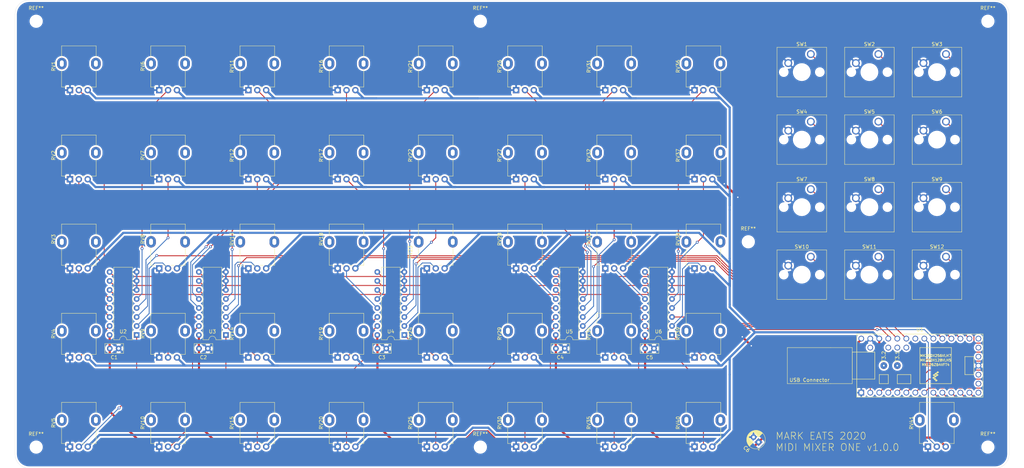
<source format=kicad_pcb>
(kicad_pcb (version 20171130) (host pcbnew "(5.1.6)-1")
  (title_block (title "MIDI Mixer One") (rev v1.0.0) (company "Mark Eats"))
  (layers (0 F.Cu signal) (31 B.Cu signal) (34 B.Paste user) (35 F.Paste user) (36 B.SilkS user) (37 F.SilkS user) (38 B.Mask user) (39 F.Mask user) (44 Edge.Cuts user))
  (net 0 "")
  (net 1 +5V)
  (net 2 GND)
  (net 3 +3V3)
  (net 4 /A5)
  (net 5 /D0)
  (net 6 /D1)
  (net 7 /D2)
  (net 8 /D3)
  (net 9 /D4)
  (net 10 /D5)
  (net 11 /D6)
  (net 12 /D7)
  (net 13 /D8)
  (net 14 /D9)
  (net 15 /D10)
  (net 16 /D11)
  (net 17 "Net-(U1-Pad37)")
  (net 18 "Net-(U1-Pad36)")
  (net 19 "Net-(U1-Pad35)")
  (net 20 "Net-(U1-Pad34)")
  (net 21 /S2)
  (net 22 /S1)
  (net 23 /S0)
  (net 24 /A4)
  (net 25 /A3)
  (net 26 /A2)
  (net 27 /A1)
  (net 28 /A0)
  (net 29 "Net-(U1-Pad14)")
  (net 30 "Net-(U1-Pad15)")
  (net 31 "Net-(U1-Pad16)")
  (net 32 "Net-(U1-Pad20)")
  (net 33 "Net-(U1-Pad19)")
  (net 34 "Net-(U1-Pad18)")
  (net 35 "Net-(U1-Pad27)")
  (net 36 /RV1)
  (net 37 /RV2)
  (net 38 /RV3)
  (net 39 /RV4)
  (net 40 /RV5)
  (net 41 /RV6)
  (net 42 /RV7)
  (net 43 /RV8)
  (net 44 /RV9)
  (net 45 /RV10)
  (net 46 /RV11)
  (net 47 /RV12)
  (net 48 /RV13)
  (net 49 /RV14)
  (net 50 /RV15)
  (net 51 /RV16)
  (net 52 /RV18)
  (net 53 /RV19)
  (net 54 /RV20)
  (net 55 /RV21)
  (net 56 /RV22)
  (net 57 /RV23)
  (net 58 /RV24)
  (net 59 /RV25)
  (net 60 /RV26)
  (net 61 /RV27)
  (net 62 /RV28)
  (net 63 /RV29)
  (net 64 /RV30)
  (net 65 /RV31)
  (net 66 /RV32)
  (net 67 /RV33)
  (net 68 /RV34)
  (net 69 /RV35)
  (net 70 /RV36)
  (net 71 /RV37)
  (net 72 /RV38)
  (net 73 /RV39)
  (net 74 /RV40)
  (net 75 /RV17)
  (module Button_Switch_Keyboard:SW_Cherry_MX_1.00u_PCB (layer F.Cu) (at 324.739 115.189)
    (fp_text reference SW9 (at -2.54 -2.794) (layer F.SilkS))
    (fp_text value SW_Push)
    (pad "" np_thru_hole circle (at 2.54 5.08) (size 1.7 1.7) (drill 1.7) (layers *.Cu *.Mask))
    (pad "" np_thru_hole circle (at -7.62 5.08) (size 1.7 1.7) (drill 1.7) (layers *.Cu *.Mask))
    (pad "" np_thru_hole circle (at -2.54 5.08) (size 4 4) (drill 4) (layers *.Cu *.Mask))
    (pad 2 thru_hole circle (at -6.35 2.54) (size 2.2 2.2) (drill 1.5) (layers *.Cu *.Mask) (net 2 GND))
    (pad 1 thru_hole circle (at 0 0) (size 2.2 2.2) (drill 1.5) (layers *.Cu *.Mask) (net 14 /D9))
  )
  (module Potentiometer_THT:Potentiometer_Alpha_RD901F-40-00D_Single_Vertical (layer F.Cu) (at 228.727 137.541 90)
    (fp_text reference RV33 (at 8.234 -4.64 270) (layer F.SilkS))
    (fp_text value R_POT_US)
    (pad 1 thru_hole rect (at 0 0 180) (size 1.8 1.8) (drill 1) (layers *.Cu *.Mask) (net 2 GND))
    (pad 2 thru_hole circle (at 0 2.5 180) (size 1.8 1.8) (drill 1) (layers *.Cu *.Mask) (net 67 /RV33))
    (pad 3 thru_hole circle (at 0 5 180) (size 1.8 1.8) (drill 1) (layers *.Cu *.Mask) (net 3 +3V3))
    (pad "" thru_hole oval (at 7.5 7.3 180) (size 2.72 3.24) (drill oval 1.1 1.8) (layers *.Cu *.Mask))
    (pad "" thru_hole oval (at 7.5 -2.3 180) (size 2.72 3.24) (drill oval 1.1 1.8) (layers *.Cu *.Mask))
  )
  (module Package_DIP:DIP-16_W7.62mm (layer F.Cu) (at 222.377 156.337 180)
    (fp_text reference U5 (at 3.81 0.972) (layer F.SilkS))
    (fp_text value 74HCT4051)
    (pad 16 thru_hole oval (at 7.62 0 180) (size 1.6 1.6) (drill 0.8) (layers *.Cu *.Mask) (net 1 +5V))
    (pad 8 thru_hole oval (at 0 17.78 180) (size 1.6 1.6) (drill 0.8) (layers *.Cu *.Mask) (net 2 GND))
    (pad 15 thru_hole oval (at 7.62 2.54 180) (size 1.6 1.6) (drill 0.8) (layers *.Cu *.Mask) (net 64 /RV30))
    (pad 7 thru_hole oval (at 0 15.24 180) (size 1.6 1.6) (drill 0.8) (layers *.Cu *.Mask) (net 2 GND))
    (pad 14 thru_hole oval (at 7.62 5.08 180) (size 1.6 1.6) (drill 0.8) (layers *.Cu *.Mask) (net 63 /RV29))
    (pad 6 thru_hole oval (at 0 12.7 180) (size 1.6 1.6) (drill 0.8) (layers *.Cu *.Mask) (net 2 GND))
    (pad 13 thru_hole oval (at 7.62 7.62 180) (size 1.6 1.6) (drill 0.8) (layers *.Cu *.Mask) (net 59 /RV25))
    (pad 5 thru_hole oval (at 0 10.16 180) (size 1.6 1.6) (drill 0.8) (layers *.Cu *.Mask) (net 61 /RV27))
    (pad 12 thru_hole oval (at 7.62 10.16 180) (size 1.6 1.6) (drill 0.8) (layers *.Cu *.Mask) (net 62 /RV28))
    (pad 4 thru_hole oval (at 0 7.62 180) (size 1.6 1.6) (drill 0.8) (layers *.Cu *.Mask) (net 60 /RV26))
    (pad 11 thru_hole oval (at 7.62 12.7 180) (size 1.6 1.6) (drill 0.8) (layers *.Cu *.Mask) (net 23 /S0))
    (pad 3 thru_hole oval (at 0 5.08 180) (size 1.6 1.6) (drill 0.8) (layers *.Cu *.Mask) (net 25 /A3))
    (pad 10 thru_hole oval (at 7.62 15.24 180) (size 1.6 1.6) (drill 0.8) (layers *.Cu *.Mask) (net 22 /S1))
    (pad 2 thru_hole oval (at 0 2.54 180) (size 1.6 1.6) (drill 0.8) (layers *.Cu *.Mask) (net 65 /RV31))
    (pad 9 thru_hole oval (at 7.62 17.78 180) (size 1.6 1.6) (drill 0.8) (layers *.Cu *.Mask) (net 21 /S2))
    (pad 1 thru_hole rect (at 0 0 180) (size 1.6 1.6) (drill 0.8) (layers *.Cu *.Mask) (net 66 /RV32))
  )
  (module Potentiometer_THT:Potentiometer_Alpha_RD901F-40-00D_Single_Vertical (layer F.Cu) (at 203.581 162.687 90)
    (fp_text reference RV29 (at 6.71 -4.64 270) (layer F.SilkS))
    (fp_text value R_POT_US)
    (pad 1 thru_hole rect (at 0 0 180) (size 1.8 1.8) (drill 1) (layers *.Cu *.Mask) (net 2 GND))
    (pad 2 thru_hole circle (at 0 2.5 180) (size 1.8 1.8) (drill 1) (layers *.Cu *.Mask) (net 63 /RV29))
    (pad 3 thru_hole circle (at 0 5 180) (size 1.8 1.8) (drill 1) (layers *.Cu *.Mask) (net 3 +3V3))
    (pad "" thru_hole oval (at 7.5 7.3 180) (size 2.72 3.24) (drill oval 1.1 1.8) (layers *.Cu *.Mask))
    (pad "" thru_hole oval (at 7.5 -2.3 180) (size 2.72 3.24) (drill oval 1.1 1.8) (layers *.Cu *.Mask))
  )
  (module Potentiometer_THT:Potentiometer_Alpha_RD901F-40-00D_Single_Vertical (layer F.Cu) (at 153.289 137.541 90)
    (fp_text reference RV18 (at 8.234 -4.64 270) (layer F.SilkS))
    (fp_text value R_POT_US)
    (pad 1 thru_hole rect (at 0 0 180) (size 1.8 1.8) (drill 1) (layers *.Cu *.Mask) (net 2 GND))
    (pad 2 thru_hole circle (at 0 2.5 180) (size 1.8 1.8) (drill 1) (layers *.Cu *.Mask) (net 52 /RV18))
    (pad 3 thru_hole circle (at 0 5 180) (size 1.8 1.8) (drill 1) (layers *.Cu *.Mask) (net 3 +3V3))
    (pad "" thru_hole oval (at 7.5 7.3 180) (size 2.72 3.24) (drill oval 1.1 1.8) (layers *.Cu *.Mask))
    (pad "" thru_hole oval (at 7.5 -2.3 180) (size 2.72 3.24) (drill oval 1.1 1.8) (layers *.Cu *.Mask))
  )
  (module Potentiometer_THT:Potentiometer_Alpha_RD901F-40-00D_Single_Vertical (layer F.Cu) (at 178.435 137.541 90)
    (fp_text reference RV23 (at 4.572 -4.64 270) (layer F.SilkS))
    (fp_text value R_POT_US)
    (pad 1 thru_hole rect (at 0 0 180) (size 1.8 1.8) (drill 1) (layers *.Cu *.Mask) (net 2 GND))
    (pad 2 thru_hole circle (at 0 2.5 180) (size 1.8 1.8) (drill 1) (layers *.Cu *.Mask) (net 57 /RV23))
    (pad 3 thru_hole circle (at 0 5 180) (size 1.8 1.8) (drill 1) (layers *.Cu *.Mask) (net 3 +3V3))
    (pad "" thru_hole oval (at 7.5 7.3 180) (size 2.72 3.24) (drill oval 1.1 1.8) (layers *.Cu *.Mask))
    (pad "" thru_hole oval (at 7.5 -2.3 180) (size 2.72 3.24) (drill oval 1.1 1.8) (layers *.Cu *.Mask))
  )
  (module Potentiometer_THT:Potentiometer_Alpha_RD901F-40-00D_Single_Vertical (layer F.Cu) (at 153.289 162.687 90)
    (fp_text reference RV19 (at 6.71 -4.64 270) (layer F.SilkS))
    (fp_text value R_POT_US)
    (pad 1 thru_hole rect (at 0 0 180) (size 1.8 1.8) (drill 1) (layers *.Cu *.Mask) (net 2 GND))
    (pad 2 thru_hole circle (at 0 2.5 180) (size 1.8 1.8) (drill 1) (layers *.Cu *.Mask) (net 53 /RV19))
    (pad 3 thru_hole circle (at 0 5 180) (size 1.8 1.8) (drill 1) (layers *.Cu *.Mask) (net 3 +3V3))
    (pad "" thru_hole oval (at 7.5 7.3 180) (size 2.72 3.24) (drill oval 1.1 1.8) (layers *.Cu *.Mask))
    (pad "" thru_hole oval (at 7.5 -2.3 180) (size 2.72 3.24) (drill oval 1.1 1.8) (layers *.Cu *.Mask))
  )
  (module Package_DIP:DIP-16_W7.62mm (layer F.Cu) (at 172.085 156.337 180)
    (fp_text reference U4 (at 3.81 0.972) (layer F.SilkS))
    (fp_text value 74HCT4051)
    (pad 16 thru_hole oval (at 7.62 0 180) (size 1.6 1.6) (drill 0.8) (layers *.Cu *.Mask) (net 1 +5V))
    (pad 8 thru_hole oval (at 0 17.78 180) (size 1.6 1.6) (drill 0.8) (layers *.Cu *.Mask) (net 2 GND))
    (pad 15 thru_hole oval (at 7.62 2.54 180) (size 1.6 1.6) (drill 0.8) (layers *.Cu *.Mask) (net 54 /RV20))
    (pad 7 thru_hole oval (at 0 15.24 180) (size 1.6 1.6) (drill 0.8) (layers *.Cu *.Mask) (net 2 GND))
    (pad 14 thru_hole oval (at 7.62 5.08 180) (size 1.6 1.6) (drill 0.8) (layers *.Cu *.Mask) (net 53 /RV19))
    (pad 6 thru_hole oval (at 0 12.7 180) (size 1.6 1.6) (drill 0.8) (layers *.Cu *.Mask) (net 2 GND))
    (pad 13 thru_hole oval (at 7.62 7.62 180) (size 1.6 1.6) (drill 0.8) (layers *.Cu *.Mask) (net 52 /RV18))
    (pad 5 thru_hole oval (at 0 10.16 180) (size 1.6 1.6) (drill 0.8) (layers *.Cu *.Mask) (net 55 /RV21))
    (pad 12 thru_hole oval (at 7.62 10.16 180) (size 1.6 1.6) (drill 0.8) (layers *.Cu *.Mask) (net 75 /RV17))
    (pad 4 thru_hole oval (at 0 7.62 180) (size 1.6 1.6) (drill 0.8) (layers *.Cu *.Mask) (net 56 /RV22))
    (pad 11 thru_hole oval (at 7.62 12.7 180) (size 1.6 1.6) (drill 0.8) (layers *.Cu *.Mask) (net 23 /S0))
    (pad 3 thru_hole oval (at 0 5.08 180) (size 1.6 1.6) (drill 0.8) (layers *.Cu *.Mask) (net 26 /A2))
    (pad 10 thru_hole oval (at 7.62 15.24 180) (size 1.6 1.6) (drill 0.8) (layers *.Cu *.Mask) (net 22 /S1))
    (pad 2 thru_hole oval (at 0 2.54 180) (size 1.6 1.6) (drill 0.8) (layers *.Cu *.Mask) (net 57 /RV23))
    (pad 9 thru_hole oval (at 7.62 17.78 180) (size 1.6 1.6) (drill 0.8) (layers *.Cu *.Mask) (net 21 /S2))
    (pad 1 thru_hole rect (at 0 0 180) (size 1.6 1.6) (drill 0.8) (layers *.Cu *.Mask) (net 58 /RV24))
  )
  (module Package_DIP:DIP-16_W7.62mm (layer F.Cu) (at 96.647 156.337 180)
    (fp_text reference U2 (at 3.81 0.972) (layer F.SilkS))
    (fp_text value 74HCT4051)
    (pad 16 thru_hole oval (at 7.62 0 180) (size 1.6 1.6) (drill 0.8) (layers *.Cu *.Mask) (net 1 +5V))
    (pad 8 thru_hole oval (at 0 17.78 180) (size 1.6 1.6) (drill 0.8) (layers *.Cu *.Mask) (net 2 GND))
    (pad 15 thru_hole oval (at 7.62 2.54 180) (size 1.6 1.6) (drill 0.8) (layers *.Cu *.Mask) (net 39 /RV4))
    (pad 7 thru_hole oval (at 0 15.24 180) (size 1.6 1.6) (drill 0.8) (layers *.Cu *.Mask) (net 2 GND))
    (pad 14 thru_hole oval (at 7.62 5.08 180) (size 1.6 1.6) (drill 0.8) (layers *.Cu *.Mask) (net 38 /RV3))
    (pad 6 thru_hole oval (at 0 12.7 180) (size 1.6 1.6) (drill 0.8) (layers *.Cu *.Mask) (net 2 GND))
    (pad 13 thru_hole oval (at 7.62 7.62 180) (size 1.6 1.6) (drill 0.8) (layers *.Cu *.Mask) (net 37 /RV2))
    (pad 5 thru_hole oval (at 0 10.16 180) (size 1.6 1.6) (drill 0.8) (layers *.Cu *.Mask) (net 41 /RV6))
    (pad 12 thru_hole oval (at 7.62 10.16 180) (size 1.6 1.6) (drill 0.8) (layers *.Cu *.Mask) (net 36 /RV1))
    (pad 4 thru_hole oval (at 0 7.62 180) (size 1.6 1.6) (drill 0.8) (layers *.Cu *.Mask) (net 42 /RV7))
    (pad 11 thru_hole oval (at 7.62 12.7 180) (size 1.6 1.6) (drill 0.8) (layers *.Cu *.Mask) (net 23 /S0))
    (pad 3 thru_hole oval (at 0 5.08 180) (size 1.6 1.6) (drill 0.8) (layers *.Cu *.Mask) (net 28 /A0))
    (pad 10 thru_hole oval (at 7.62 15.24 180) (size 1.6 1.6) (drill 0.8) (layers *.Cu *.Mask) (net 22 /S1))
    (pad 2 thru_hole oval (at 0 2.54 180) (size 1.6 1.6) (drill 0.8) (layers *.Cu *.Mask) (net 43 /RV8))
    (pad 9 thru_hole oval (at 7.62 17.78 180) (size 1.6 1.6) (drill 0.8) (layers *.Cu *.Mask) (net 21 /S2))
    (pad 1 thru_hole rect (at 0 0 180) (size 1.6 1.6) (drill 0.8) (layers *.Cu *.Mask) (net 40 /RV5))
  )
  (module Potentiometer_THT:Potentiometer_Alpha_RD901F-40-00D_Single_Vertical (layer F.Cu) (at 253.873 137.541 90)
    (fp_text reference RV38 (at 8.234 -4.64 270) (layer F.SilkS))
    (fp_text value R_POT_US)
    (pad 1 thru_hole rect (at 0 0 180) (size 1.8 1.8) (drill 1) (layers *.Cu *.Mask) (net 2 GND))
    (pad 2 thru_hole circle (at 0 2.5 180) (size 1.8 1.8) (drill 1) (layers *.Cu *.Mask) (net 72 /RV38))
    (pad 3 thru_hole circle (at 0 5 180) (size 1.8 1.8) (drill 1) (layers *.Cu *.Mask) (net 3 +3V3))
    (pad "" thru_hole oval (at 7.5 7.3 180) (size 2.72 3.24) (drill oval 1.1 1.8) (layers *.Cu *.Mask))
    (pad "" thru_hole oval (at 7.5 -2.3 180) (size 2.72 3.24) (drill oval 1.1 1.8) (layers *.Cu *.Mask))
  )
  (module MountingHole:MountingHole_2.7mm_M2.5 (layer F.Cu) (at 193.51 187.96)
    (fp_text reference REF** (at 0 -3.7) (layer F.SilkS))
    (fp_text value MountingHole_2.7mm_M2.5)
    (pad 1 np_thru_hole circle (at 0 0) (size 2.7 2.7) (drill 2.7) (layers *.Cu *.Mask))
  )
  (module MountingHole:MountingHole_2.7mm_M2.5 (layer F.Cu) (at 193.51 67.818)
    (fp_text reference REF** (at 0 -3.7) (layer F.SilkS))
    (fp_text value MountingHole_2.7mm_M2.5)
    (pad 1 np_thru_hole circle (at 0 0) (size 2.7 2.7) (drill 2.7) (layers *.Cu *.Mask))
  )
  (module Button_Switch_Keyboard:SW_Cherry_MX_1.00u_PCB (layer F.Cu) (at 324.739 134.239)
    (fp_text reference SW12 (at -2.54 -2.794) (layer F.SilkS))
    (fp_text value SW_Push)
    (pad "" np_thru_hole circle (at 2.54 5.08) (size 1.7 1.7) (drill 1.7) (layers *.Cu *.Mask))
    (pad "" np_thru_hole circle (at -7.62 5.08) (size 1.7 1.7) (drill 1.7) (layers *.Cu *.Mask))
    (pad "" np_thru_hole circle (at -2.54 5.08) (size 4 4) (drill 4) (layers *.Cu *.Mask))
    (pad 2 thru_hole circle (at -6.35 2.54) (size 2.2 2.2) (drill 1.5) (layers *.Cu *.Mask) (net 2 GND))
    (pad 1 thru_hole circle (at 0 0) (size 2.2 2.2) (drill 1.5) (layers *.Cu *.Mask) (net 15 /D10))
  )
  (module Capacitor_THT:C_Disc_D5.0mm_W2.5mm_P2.50mm (layer F.Cu) (at 167.005 160.147 180)
    (fp_text reference C3 (at 1.25 -2.5) (layer F.SilkS))
    (fp_text value 0.1uF)
    (pad 2 thru_hole circle (at 2.5 0 180) (size 1.6 1.6) (drill 0.8) (layers *.Cu *.Mask) (net 1 +5V))
    (pad 1 thru_hole circle (at 0 0 180) (size 1.6 1.6) (drill 0.8) (layers *.Cu *.Mask) (net 2 GND))
  )
  (module Capacitor_THT:C_Disc_D5.0mm_W2.5mm_P2.50mm (layer F.Cu) (at 116.713 160.147 180)
    (fp_text reference C2 (at 1.25 -2.5) (layer F.SilkS))
    (fp_text value 0.1uF)
    (pad 2 thru_hole circle (at 2.5 0 180) (size 1.6 1.6) (drill 0.8) (layers *.Cu *.Mask) (net 1 +5V))
    (pad 1 thru_hole circle (at 0 0 180) (size 1.6 1.6) (drill 0.8) (layers *.Cu *.Mask) (net 2 GND))
  )
  (module Capacitor_THT:C_Disc_D5.0mm_W2.5mm_P2.50mm (layer F.Cu) (at 91.567 160.147 180)
    (fp_text reference C1 (at 1.25 -2.5) (layer F.SilkS))
    (fp_text value 0.1uF)
    (pad 2 thru_hole circle (at 2.5 0 180) (size 1.6 1.6) (drill 0.8) (layers *.Cu *.Mask) (net 1 +5V))
    (pad 1 thru_hole circle (at 0 0 180) (size 1.6 1.6) (drill 0.8) (layers *.Cu *.Mask) (net 2 GND))
  )
  (module Capacitor_THT:C_Disc_D5.0mm_W2.5mm_P2.50mm (layer F.Cu) (at 242.443 160.147 180)
    (fp_text reference C5 (at 1.25 -2.5) (layer F.SilkS))
    (fp_text value 0.1uF)
    (pad 2 thru_hole circle (at 2.5 0 180) (size 1.6 1.6) (drill 0.8) (layers *.Cu *.Mask) (net 1 +5V))
    (pad 1 thru_hole circle (at 0 0 180) (size 1.6 1.6) (drill 0.8) (layers *.Cu *.Mask) (net 2 GND))
  )
  (module Capacitor_THT:C_Disc_D5.0mm_W2.5mm_P2.50mm (layer F.Cu) (at 217.297 160.147 180)
    (fp_text reference C4 (at 1.25 -2.5) (layer F.SilkS))
    (fp_text value 0.1uF)
    (pad 2 thru_hole circle (at 2.5 0 180) (size 1.6 1.6) (drill 0.8) (layers *.Cu *.Mask) (net 1 +5V))
    (pad 1 thru_hole circle (at 0 0 180) (size 1.6 1.6) (drill 0.8) (layers *.Cu *.Mask) (net 2 GND))
  )
  (module Capacitor_THT:CP_Radial_D5.0mm_P2.00mm (layer F.Cu) (at 271.907 186.563 135)
    (fp_text reference C6 (at 1 -3.75 135) (layer F.SilkS))
    (fp_text value 47uF)
    (pad 2 thru_hole circle (at 2 0 135) (size 1.6 1.6) (drill 0.8) (layers *.Cu *.Mask) (net 2 GND))
    (pad 1 thru_hole rect (at 0 0 135) (size 1.6 1.6) (drill 0.8) (layers *.Cu *.Mask) (net 1 +5V))
  )
  (module Teensy:Teensy30_31_32_LC (layer F.Cu) (at 317.373 164.973)
    (fp_text reference U1 (at 0 -10.16) (layer F.SilkS))
    (fp_text value Teensy-LC)
    (fp_text user MK20DX128VLH5 (at 4.445 -1.524) (layer F.SilkS) (effects (font (size 0.7 0.7))))
    (fp_text user MKL26Z64VFT4 (at 4.445 -0.254) (layer F.SilkS) (effects (font (size 0.7 0.7))))
    (fp_text user MK20DX256VLH7 (at 4.445 -2.794) (layer F.SilkS) (effects (font (size 0.7 0.7))))
    (fp_text user T3.1 (at -6.35 -2.54 90) (layer F.SilkS))
    (fp_text user T3.2 (at -10.16 -2.54 90) (layer F.SilkS))
    (pad 52 thru_hole circle (at -10.16 0) (size 1.9 1.9) (drill 0.5) (layers *.Cu *.Mask))
    (pad 52 thru_hole circle (at -6.35 0) (size 1.9 1.9) (drill 0.5) (layers *.Cu *.Mask))
    (pad 1 thru_hole rect (at -16.51 7.62) (size 1.6 1.6) (drill 1.1) (layers *.Cu *.Mask) (net 2 GND))
    (pad 2 thru_hole circle (at -13.97 7.62) (size 1.6 1.6) (drill 1.1) (layers *.Cu *.Mask) (net 5 /D0))
    (pad 3 thru_hole circle (at -11.43 7.62) (size 1.6 1.6) (drill 1.1) (layers *.Cu *.Mask) (net 6 /D1))
    (pad 4 thru_hole circle (at -8.89 7.62) (size 1.6 1.6) (drill 1.1) (layers *.Cu *.Mask) (net 7 /D2))
    (pad 5 thru_hole circle (at -6.35 7.62) (size 1.6 1.6) (drill 1.1) (layers *.Cu *.Mask) (net 8 /D3))
    (pad 6 thru_hole circle (at -3.81 7.62) (size 1.6 1.6) (drill 1.1) (layers *.Cu *.Mask) (net 9 /D4))
    (pad 7 thru_hole circle (at -1.27 7.62) (size 1.6 1.6) (drill 1.1) (layers *.Cu *.Mask) (net 10 /D5))
    (pad 8 thru_hole circle (at 1.27 7.62) (size 1.6 1.6) (drill 1.1) (layers *.Cu *.Mask) (net 11 /D6))
    (pad 9 thru_hole circle (at 3.81 7.62) (size 1.6 1.6) (drill 1.1) (layers *.Cu *.Mask) (net 12 /D7))
    (pad 10 thru_hole circle (at 6.35 7.62) (size 1.6 1.6) (drill 1.1) (layers *.Cu *.Mask) (net 13 /D8))
    (pad 11 thru_hole circle (at 8.89 7.62) (size 1.6 1.6) (drill 1.1) (layers *.Cu *.Mask) (net 14 /D9))
    (pad 12 thru_hole circle (at 11.43 7.62) (size 1.6 1.6) (drill 1.1) (layers *.Cu *.Mask) (net 15 /D10))
    (pad 13 thru_hole circle (at 13.97 7.62) (size 1.6 1.6) (drill 1.1) (layers *.Cu *.Mask) (net 16 /D11))
    (pad 37 thru_hole circle (at -3.81 -5.08) (size 1.6 1.6) (drill 1.1) (layers *.Cu *.Mask) (net 17 "Net-(U1-Pad37)"))
    (pad 36 thru_hole circle (at -6.35 -5.08) (size 1.6 1.6) (drill 1.1) (layers *.Cu *.Mask) (net 18 "Net-(U1-Pad36)"))
    (pad 35 thru_hole circle (at -8.89 -5.08) (size 1.6 1.6) (drill 1.1) (layers *.Cu *.Mask) (net 19 "Net-(U1-Pad35)"))
    (pad 34 thru_hole circle (at -13.97 -5.08) (size 1.6 1.6) (drill 1.1) (layers *.Cu *.Mask) (net 20 "Net-(U1-Pad34)"))
    (pad 33 thru_hole circle (at -16.51 -7.62) (size 1.6 1.6) (drill 1.1) (layers *.Cu *.Mask) (net 1 +5V))
    (pad 32 thru_hole circle (at -13.97 -7.62) (size 1.6 1.6) (drill 1.1) (layers *.Cu *.Mask) (net 2 GND))
    (pad 31 thru_hole circle (at -11.43 -7.62) (size 1.6 1.6) (drill 1.1) (layers *.Cu *.Mask) (net 3 +3V3))
    (pad 30 thru_hole circle (at -8.89 -7.62) (size 1.6 1.6) (drill 1.1) (layers *.Cu *.Mask) (net 23 /S0))
    (pad 29 thru_hole circle (at -6.35 -7.62) (size 1.6 1.6) (drill 1.1) (layers *.Cu *.Mask) (net 22 /S1))
    (pad 28 thru_hole circle (at -3.81 -7.62) (size 1.6 1.6) (drill 1.1) (layers *.Cu *.Mask) (net 21 /S2))
    (pad 27 thru_hole circle (at -1.27 -7.62) (size 1.6 1.6) (drill 1.1) (layers *.Cu *.Mask) (net 35 "Net-(U1-Pad27)"))
    (pad 26 thru_hole circle (at 1.27 -7.62) (size 1.6 1.6) (drill 1.1) (layers *.Cu *.Mask) (net 4 /A5))
    (pad 25 thru_hole circle (at 3.81 -7.62) (size 1.6 1.6) (drill 1.1) (layers *.Cu *.Mask) (net 24 /A4))
    (pad 24 thru_hole circle (at 6.35 -7.62) (size 1.6 1.6) (drill 1.1) (layers *.Cu *.Mask) (net 25 /A3))
    (pad 23 thru_hole circle (at 8.89 -7.62) (size 1.6 1.6) (drill 1.1) (layers *.Cu *.Mask) (net 26 /A2))
    (pad 22 thru_hole circle (at 11.43 -7.62) (size 1.6 1.6) (drill 1.1) (layers *.Cu *.Mask) (net 27 /A1))
    (pad 21 thru_hole circle (at 13.97 -7.62) (size 1.6 1.6) (drill 1.1) (layers *.Cu *.Mask) (net 28 /A0))
    (pad 14 thru_hole circle (at 16.51 7.62) (size 1.6 1.6) (drill 1.1) (layers *.Cu *.Mask) (net 29 "Net-(U1-Pad14)"))
    (pad 15 thru_hole circle (at 16.51 5.08) (size 1.6 1.6) (drill 1.1) (layers *.Cu *.Mask) (net 30 "Net-(U1-Pad15)"))
    (pad 16 thru_hole circle (at 16.51 2.54) (size 1.6 1.6) (drill 1.1) (layers *.Cu *.Mask) (net 31 "Net-(U1-Pad16)"))
    (pad 20 thru_hole circle (at 16.51 -7.62) (size 1.6 1.6) (drill 1.1) (layers *.Cu *.Mask) (net 32 "Net-(U1-Pad20)"))
    (pad 19 thru_hole circle (at 16.51 -5.08) (size 1.6 1.6) (drill 1.1) (layers *.Cu *.Mask) (net 33 "Net-(U1-Pad19)"))
    (pad 18 thru_hole circle (at 16.51 -2.54) (size 1.6 1.6) (drill 1.1) (layers *.Cu *.Mask) (net 34 "Net-(U1-Pad18)"))
    (pad 17 thru_hole circle (at 16.51 0) (size 1.6 1.6) (drill 1.1) (layers *.Cu *.Mask) (net 2 GND))
  )
  (module MountingHole:MountingHole_2.7mm_M2.5 (layer F.Cu) (at 269.025 130.041)
    (fp_text reference REF** (at 0 -3.7) (layer F.SilkS))
    (fp_text value MountingHole_2.7mm_M2.5)
    (pad 1 np_thru_hole circle (at 0 0) (size 2.7 2.7) (drill 2.7) (layers *.Cu *.Mask))
  )
  (module MountingHole:MountingHole_2.7mm_M2.5 (layer F.Cu) (at 336.55 67.818)
    (fp_text reference REF** (at 0 -3.7) (layer F.SilkS))
    (fp_text value MountingHole_2.7mm_M2.5)
    (pad 1 np_thru_hole circle (at 0 0) (size 2.7 2.7) (drill 2.7) (layers *.Cu *.Mask))
  )
  (module MountingHole:MountingHole_2.7mm_M2.5 (layer F.Cu) (at 336.55 187.96)
    (fp_text reference REF** (at 0 -3.7) (layer F.SilkS))
    (fp_text value MountingHole_2.7mm_M2.5)
    (pad 1 np_thru_hole circle (at 0 0) (size 2.7 2.7) (drill 2.7) (layers *.Cu *.Mask))
  )
  (module MountingHole:MountingHole_2.7mm_M2.5 (layer F.Cu) (at 68.326 187.96)
    (fp_text reference REF** (at 0 -3.7) (layer F.SilkS))
    (fp_text value MountingHole_2.7mm_M2.5)
    (pad 1 np_thru_hole circle (at 0 0) (size 2.7 2.7) (drill 2.7) (layers *.Cu *.Mask))
  )
  (module MountingHole:MountingHole_2.7mm_M2.5 (layer F.Cu) (at 68.326 67.818)
    (fp_text reference REF** (at 0 -3.7) (layer F.SilkS))
    (fp_text value MountingHole_2.7mm_M2.5)
    (pad 1 np_thru_hole circle (at 0 0) (size 2.7 2.7) (drill 2.7) (layers *.Cu *.Mask))
  )
  (module Package_DIP:DIP-16_W7.62mm (layer F.Cu) (at 247.523 156.337 180)
    (fp_text reference U6 (at 3.81 0.972) (layer F.SilkS))
    (fp_text value 74HCT4051)
    (pad 16 thru_hole oval (at 7.62 0 180) (size 1.6 1.6) (drill 0.8) (layers *.Cu *.Mask) (net 1 +5V))
    (pad 8 thru_hole oval (at 0 17.78 180) (size 1.6 1.6) (drill 0.8) (layers *.Cu *.Mask) (net 2 GND))
    (pad 15 thru_hole oval (at 7.62 2.54 180) (size 1.6 1.6) (drill 0.8) (layers *.Cu *.Mask) (net 74 /RV40))
    (pad 7 thru_hole oval (at 0 15.24 180) (size 1.6 1.6) (drill 0.8) (layers *.Cu *.Mask) (net 2 GND))
    (pad 14 thru_hole oval (at 7.62 5.08 180) (size 1.6 1.6) (drill 0.8) (layers *.Cu *.Mask) (net 69 /RV35))
    (pad 6 thru_hole oval (at 0 12.7 180) (size 1.6 1.6) (drill 0.8) (layers *.Cu *.Mask) (net 2 GND))
    (pad 13 thru_hole oval (at 7.62 7.62 180) (size 1.6 1.6) (drill 0.8) (layers *.Cu *.Mask) (net 68 /RV34))
    (pad 5 thru_hole oval (at 0 10.16 180) (size 1.6 1.6) (drill 0.8) (layers *.Cu *.Mask) (net 70 /RV36))
    (pad 12 thru_hole oval (at 7.62 10.16 180) (size 1.6 1.6) (drill 0.8) (layers *.Cu *.Mask) (net 67 /RV33))
    (pad 4 thru_hole oval (at 0 7.62 180) (size 1.6 1.6) (drill 0.8) (layers *.Cu *.Mask) (net 71 /RV37))
    (pad 11 thru_hole oval (at 7.62 12.7 180) (size 1.6 1.6) (drill 0.8) (layers *.Cu *.Mask) (net 23 /S0))
    (pad 3 thru_hole oval (at 0 5.08 180) (size 1.6 1.6) (drill 0.8) (layers *.Cu *.Mask) (net 24 /A4))
    (pad 10 thru_hole oval (at 7.62 15.24 180) (size 1.6 1.6) (drill 0.8) (layers *.Cu *.Mask) (net 22 /S1))
    (pad 2 thru_hole oval (at 0 2.54 180) (size 1.6 1.6) (drill 0.8) (layers *.Cu *.Mask) (net 72 /RV38))
    (pad 9 thru_hole oval (at 7.62 17.78 180) (size 1.6 1.6) (drill 0.8) (layers *.Cu *.Mask) (net 21 /S2))
    (pad 1 thru_hole rect (at 0 0 180) (size 1.6 1.6) (drill 0.8) (layers *.Cu *.Mask) (net 73 /RV39))
  )
  (module Button_Switch_Keyboard:SW_Cherry_MX_1.00u_PCB (layer F.Cu) (at 305.689 134.239)
    (fp_text reference SW11 (at -2.54 -2.794) (layer F.SilkS))
    (fp_text value SW_Push)
    (pad "" np_thru_hole circle (at 2.54 5.08) (size 1.7 1.7) (drill 1.7) (layers *.Cu *.Mask))
    (pad "" np_thru_hole circle (at -7.62 5.08) (size 1.7 1.7) (drill 1.7) (layers *.Cu *.Mask))
    (pad "" np_thru_hole circle (at -2.54 5.08) (size 4 4) (drill 4) (layers *.Cu *.Mask))
    (pad 2 thru_hole circle (at -6.35 2.54) (size 2.2 2.2) (drill 1.5) (layers *.Cu *.Mask) (net 2 GND))
    (pad 1 thru_hole circle (at 0 0) (size 2.2 2.2) (drill 1.5) (layers *.Cu *.Mask) (net 9 /D4))
  )
  (module Button_Switch_Keyboard:SW_Cherry_MX_1.00u_PCB (layer F.Cu) (at 286.639 115.189)
    (fp_text reference SW7 (at -2.54 -2.794) (layer F.SilkS))
    (fp_text value SW_Push)
    (pad "" np_thru_hole circle (at 2.54 5.08) (size 1.7 1.7) (drill 1.7) (layers *.Cu *.Mask))
    (pad "" np_thru_hole circle (at -7.62 5.08) (size 1.7 1.7) (drill 1.7) (layers *.Cu *.Mask))
    (pad "" np_thru_hole circle (at -2.54 5.08) (size 4 4) (drill 4) (layers *.Cu *.Mask))
    (pad 2 thru_hole circle (at -6.35 2.54) (size 2.2 2.2) (drill 1.5) (layers *.Cu *.Mask) (net 2 GND))
    (pad 1 thru_hole circle (at 0 0) (size 2.2 2.2) (drill 1.5) (layers *.Cu *.Mask) (net 6 /D1))
  )
  (module Button_Switch_Keyboard:SW_Cherry_MX_1.00u_PCB (layer F.Cu) (at 286.639 134.239)
    (fp_text reference SW10 (at -2.54 -2.794) (layer F.SilkS))
    (fp_text value SW_Push)
    (pad "" np_thru_hole circle (at 2.54 5.08) (size 1.7 1.7) (drill 1.7) (layers *.Cu *.Mask))
    (pad "" np_thru_hole circle (at -7.62 5.08) (size 1.7 1.7) (drill 1.7) (layers *.Cu *.Mask))
    (pad "" np_thru_hole circle (at -2.54 5.08) (size 4 4) (drill 4) (layers *.Cu *.Mask))
    (pad 2 thru_hole circle (at -6.35 2.54) (size 2.2 2.2) (drill 1.5) (layers *.Cu *.Mask) (net 2 GND))
    (pad 1 thru_hole circle (at 0 0) (size 2.2 2.2) (drill 1.5) (layers *.Cu *.Mask) (net 5 /D0))
  )
  (module Potentiometer_THT:Potentiometer_Alpha_RD901F-40-00D_Single_Vertical (layer F.Cu) (at 153.289 187.833 90)
    (fp_text reference RV20 (at 6.71 -4.64 270) (layer F.SilkS))
    (fp_text value R_POT_US)
    (pad 1 thru_hole rect (at 0 0 180) (size 1.8 1.8) (drill 1) (layers *.Cu *.Mask) (net 2 GND))
    (pad 2 thru_hole circle (at 0 2.5 180) (size 1.8 1.8) (drill 1) (layers *.Cu *.Mask) (net 54 /RV20))
    (pad 3 thru_hole circle (at 0 5 180) (size 1.8 1.8) (drill 1) (layers *.Cu *.Mask) (net 3 +3V3))
    (pad "" thru_hole oval (at 7.5 7.3 180) (size 2.72 3.24) (drill oval 1.1 1.8) (layers *.Cu *.Mask))
    (pad "" thru_hole oval (at 7.5 -2.3 180) (size 2.72 3.24) (drill oval 1.1 1.8) (layers *.Cu *.Mask))
  )
  (module Package_DIP:DIP-16_W7.62mm (layer F.Cu) (at 121.793 156.337 180)
    (fp_text reference U3 (at 3.81 0.972) (layer F.SilkS))
    (fp_text value 74HCT4051)
    (pad 16 thru_hole oval (at 7.62 0 180) (size 1.6 1.6) (drill 0.8) (layers *.Cu *.Mask) (net 1 +5V))
    (pad 8 thru_hole oval (at 0 17.78 180) (size 1.6 1.6) (drill 0.8) (layers *.Cu *.Mask) (net 2 GND))
    (pad 15 thru_hole oval (at 7.62 2.54 180) (size 1.6 1.6) (drill 0.8) (layers *.Cu *.Mask) (net 45 /RV10))
    (pad 7 thru_hole oval (at 0 15.24 180) (size 1.6 1.6) (drill 0.8) (layers *.Cu *.Mask) (net 2 GND))
    (pad 14 thru_hole oval (at 7.62 5.08 180) (size 1.6 1.6) (drill 0.8) (layers *.Cu *.Mask) (net 44 /RV9))
    (pad 6 thru_hole oval (at 0 12.7 180) (size 1.6 1.6) (drill 0.8) (layers *.Cu *.Mask) (net 2 GND))
    (pad 13 thru_hole oval (at 7.62 7.62 180) (size 1.6 1.6) (drill 0.8) (layers *.Cu *.Mask) (net 47 /RV12))
    (pad 5 thru_hole oval (at 0 10.16 180) (size 1.6 1.6) (drill 0.8) (layers *.Cu *.Mask) (net 51 /RV16))
    (pad 12 thru_hole oval (at 7.62 10.16 180) (size 1.6 1.6) (drill 0.8) (layers *.Cu *.Mask) (net 46 /RV11))
    (pad 4 thru_hole oval (at 0 7.62 180) (size 1.6 1.6) (drill 0.8) (layers *.Cu *.Mask) (net 48 /RV13))
    (pad 11 thru_hole oval (at 7.62 12.7 180) (size 1.6 1.6) (drill 0.8) (layers *.Cu *.Mask) (net 23 /S0))
    (pad 3 thru_hole oval (at 0 5.08 180) (size 1.6 1.6) (drill 0.8) (layers *.Cu *.Mask) (net 27 /A1))
    (pad 10 thru_hole oval (at 7.62 15.24 180) (size 1.6 1.6) (drill 0.8) (layers *.Cu *.Mask) (net 22 /S1))
    (pad 2 thru_hole oval (at 0 2.54 180) (size 1.6 1.6) (drill 0.8) (layers *.Cu *.Mask) (net 49 /RV14))
    (pad 9 thru_hole oval (at 7.62 17.78 180) (size 1.6 1.6) (drill 0.8) (layers *.Cu *.Mask) (net 21 /S2))
    (pad 1 thru_hole rect (at 0 0 180) (size 1.6 1.6) (drill 0.8) (layers *.Cu *.Mask) (net 50 /RV15))
  )
  (module Button_Switch_Keyboard:SW_Cherry_MX_1.00u_PCB (layer F.Cu) (at 305.689 115.189)
    (fp_text reference SW8 (at -2.54 -2.794) (layer F.SilkS))
    (fp_text value SW_Push)
    (pad "" np_thru_hole circle (at 2.54 5.08) (size 1.7 1.7) (drill 1.7) (layers *.Cu *.Mask))
    (pad "" np_thru_hole circle (at -7.62 5.08) (size 1.7 1.7) (drill 1.7) (layers *.Cu *.Mask))
    (pad "" np_thru_hole circle (at -2.54 5.08) (size 4 4) (drill 4) (layers *.Cu *.Mask))
    (pad 2 thru_hole circle (at -6.35 2.54) (size 2.2 2.2) (drill 1.5) (layers *.Cu *.Mask) (net 2 GND))
    (pad 1 thru_hole circle (at 0 0) (size 2.2 2.2) (drill 1.5) (layers *.Cu *.Mask) (net 10 /D5))
  )
  (module Button_Switch_Keyboard:SW_Cherry_MX_1.00u_PCB (layer F.Cu) (at 324.739 96.139)
    (fp_text reference SW6 (at -2.54 -2.794) (layer F.SilkS))
    (fp_text value SW_Push)
    (pad "" np_thru_hole circle (at 2.54 5.08) (size 1.7 1.7) (drill 1.7) (layers *.Cu *.Mask))
    (pad "" np_thru_hole circle (at -7.62 5.08) (size 1.7 1.7) (drill 1.7) (layers *.Cu *.Mask))
    (pad "" np_thru_hole circle (at -2.54 5.08) (size 4 4) (drill 4) (layers *.Cu *.Mask))
    (pad 2 thru_hole circle (at -6.35 2.54) (size 2.2 2.2) (drill 1.5) (layers *.Cu *.Mask) (net 2 GND))
    (pad 1 thru_hole circle (at 0 0) (size 2.2 2.2) (drill 1.5) (layers *.Cu *.Mask) (net 13 /D8))
  )
  (module Button_Switch_Keyboard:SW_Cherry_MX_1.00u_PCB (layer F.Cu) (at 305.689 96.139)
    (fp_text reference SW5 (at -2.54 -2.794) (layer F.SilkS))
    (fp_text value SW_Push)
    (pad "" np_thru_hole circle (at 2.54 5.08) (size 1.7 1.7) (drill 1.7) (layers *.Cu *.Mask))
    (pad "" np_thru_hole circle (at -7.62 5.08) (size 1.7 1.7) (drill 1.7) (layers *.Cu *.Mask))
    (pad "" np_thru_hole circle (at -2.54 5.08) (size 4 4) (drill 4) (layers *.Cu *.Mask))
    (pad 2 thru_hole circle (at -6.35 2.54) (size 2.2 2.2) (drill 1.5) (layers *.Cu *.Mask) (net 2 GND))
    (pad 1 thru_hole circle (at 0 0) (size 2.2 2.2) (drill 1.5) (layers *.Cu *.Mask) (net 11 /D6))
  )
  (module Button_Switch_Keyboard:SW_Cherry_MX_1.00u_PCB (layer F.Cu) (at 286.639 96.139)
    (fp_text reference SW4 (at -2.54 -2.794) (layer F.SilkS))
    (fp_text value SW_Push)
    (pad "" np_thru_hole circle (at 2.54 5.08) (size 1.7 1.7) (drill 1.7) (layers *.Cu *.Mask))
    (pad "" np_thru_hole circle (at -7.62 5.08) (size 1.7 1.7) (drill 1.7) (layers *.Cu *.Mask))
    (pad "" np_thru_hole circle (at -2.54 5.08) (size 4 4) (drill 4) (layers *.Cu *.Mask))
    (pad 2 thru_hole circle (at -6.35 2.54) (size 2.2 2.2) (drill 1.5) (layers *.Cu *.Mask) (net 2 GND))
    (pad 1 thru_hole circle (at 0 0) (size 2.2 2.2) (drill 1.5) (layers *.Cu *.Mask) (net 7 /D2))
  )
  (module Button_Switch_Keyboard:SW_Cherry_MX_1.00u_PCB (layer F.Cu) (at 324.739 77.089)
    (fp_text reference SW3 (at -2.54 -2.794) (layer F.SilkS))
    (fp_text value SW_Push)
    (pad "" np_thru_hole circle (at 2.54 5.08) (size 1.7 1.7) (drill 1.7) (layers *.Cu *.Mask))
    (pad "" np_thru_hole circle (at -7.62 5.08) (size 1.7 1.7) (drill 1.7) (layers *.Cu *.Mask))
    (pad "" np_thru_hole circle (at -2.54 5.08) (size 4 4) (drill 4) (layers *.Cu *.Mask))
    (pad 2 thru_hole circle (at -6.35 2.54) (size 2.2 2.2) (drill 1.5) (layers *.Cu *.Mask) (net 2 GND))
    (pad 1 thru_hole circle (at 0 0) (size 2.2 2.2) (drill 1.5) (layers *.Cu *.Mask) (net 12 /D7))
  )
  (module Button_Switch_Keyboard:SW_Cherry_MX_1.00u_PCB (layer F.Cu) (at 305.689 77.089)
    (fp_text reference SW2 (at -2.54 -2.794) (layer F.SilkS))
    (fp_text value SW_Push)
    (pad "" np_thru_hole circle (at 2.54 5.08) (size 1.7 1.7) (drill 1.7) (layers *.Cu *.Mask))
    (pad "" np_thru_hole circle (at -7.62 5.08) (size 1.7 1.7) (drill 1.7) (layers *.Cu *.Mask))
    (pad "" np_thru_hole circle (at -2.54 5.08) (size 4 4) (drill 4) (layers *.Cu *.Mask))
    (pad 2 thru_hole circle (at -6.35 2.54) (size 2.2 2.2) (drill 1.5) (layers *.Cu *.Mask) (net 2 GND))
    (pad 1 thru_hole circle (at 0 0) (size 2.2 2.2) (drill 1.5) (layers *.Cu *.Mask) (net 16 /D11))
  )
  (module Button_Switch_Keyboard:SW_Cherry_MX_1.00u_PCB (layer F.Cu) (at 286.639 77.089)
    (fp_text reference SW1 (at -2.54 -2.794) (layer F.SilkS))
    (fp_text value SW_Push)
    (pad "" np_thru_hole circle (at 2.54 5.08) (size 1.7 1.7) (drill 1.7) (layers *.Cu *.Mask))
    (pad "" np_thru_hole circle (at -7.62 5.08) (size 1.7 1.7) (drill 1.7) (layers *.Cu *.Mask))
    (pad "" np_thru_hole circle (at -2.54 5.08) (size 4 4) (drill 4) (layers *.Cu *.Mask))
    (pad 2 thru_hole circle (at -6.35 2.54) (size 2.2 2.2) (drill 1.5) (layers *.Cu *.Mask) (net 2 GND))
    (pad 1 thru_hole circle (at 0 0) (size 2.2 2.2) (drill 1.5) (layers *.Cu *.Mask) (net 8 /D3))
  )
  (module Potentiometer_THT:Potentiometer_Alpha_RD901F-40-00D_Single_Vertical (layer F.Cu) (at 319.659 187.833 90)
    (fp_text reference RV41 (at 6.71 -4.64 270) (layer F.SilkS))
    (fp_text value R_POT_US)
    (pad "" thru_hole oval (at 7.5 -2.3 180) (size 2.72 3.24) (drill oval 1.1 1.8) (layers *.Cu *.Mask))
    (pad "" thru_hole oval (at 7.5 7.3 180) (size 2.72 3.24) (drill oval 1.1 1.8) (layers *.Cu *.Mask))
    (pad 3 thru_hole circle (at 0 5 180) (size 1.8 1.8) (drill 1) (layers *.Cu *.Mask) (net 3 +3V3))
    (pad 2 thru_hole circle (at 0 2.5 180) (size 1.8 1.8) (drill 1) (layers *.Cu *.Mask) (net 4 /A5))
    (pad 1 thru_hole rect (at 0 0 180) (size 1.8 1.8) (drill 1) (layers *.Cu *.Mask) (net 2 GND))
  )
  (module Potentiometer_THT:Potentiometer_Alpha_RD901F-40-00D_Single_Vertical (layer F.Cu) (at 253.873 187.833 90)
    (fp_text reference RV40 (at 6.71 -4.64 270) (layer F.SilkS))
    (fp_text value R_POT_US)
    (pad 1 thru_hole rect (at 0 0 180) (size 1.8 1.8) (drill 1) (layers *.Cu *.Mask) (net 2 GND))
    (pad 2 thru_hole circle (at 0 2.5 180) (size 1.8 1.8) (drill 1) (layers *.Cu *.Mask) (net 74 /RV40))
    (pad 3 thru_hole circle (at 0 5 180) (size 1.8 1.8) (drill 1) (layers *.Cu *.Mask) (net 3 +3V3))
    (pad "" thru_hole oval (at 7.5 7.3 180) (size 2.72 3.24) (drill oval 1.1 1.8) (layers *.Cu *.Mask))
    (pad "" thru_hole oval (at 7.5 -2.3 180) (size 2.72 3.24) (drill oval 1.1 1.8) (layers *.Cu *.Mask))
  )
  (module Potentiometer_THT:Potentiometer_Alpha_RD901F-40-00D_Single_Vertical (layer F.Cu) (at 253.873 162.687 90)
    (fp_text reference RV39 (at 6.71 -4.64 270) (layer F.SilkS))
    (fp_text value R_POT_US)
    (pad 1 thru_hole rect (at 0 0 180) (size 1.8 1.8) (drill 1) (layers *.Cu *.Mask) (net 2 GND))
    (pad 2 thru_hole circle (at 0 2.5 180) (size 1.8 1.8) (drill 1) (layers *.Cu *.Mask) (net 73 /RV39))
    (pad 3 thru_hole circle (at 0 5 180) (size 1.8 1.8) (drill 1) (layers *.Cu *.Mask) (net 3 +3V3))
    (pad "" thru_hole oval (at 7.5 7.3 180) (size 2.72 3.24) (drill oval 1.1 1.8) (layers *.Cu *.Mask))
    (pad "" thru_hole oval (at 7.5 -2.3 180) (size 2.72 3.24) (drill oval 1.1 1.8) (layers *.Cu *.Mask))
  )
  (module Potentiometer_THT:Potentiometer_Alpha_RD901F-40-00D_Single_Vertical (layer F.Cu) (at 253.873 112.395 90)
    (fp_text reference RV37 (at 6.71 -4.64 270) (layer F.SilkS))
    (fp_text value R_POT_US)
    (pad 1 thru_hole rect (at 0 0 180) (size 1.8 1.8) (drill 1) (layers *.Cu *.Mask) (net 2 GND))
    (pad 2 thru_hole circle (at 0 2.5 180) (size 1.8 1.8) (drill 1) (layers *.Cu *.Mask) (net 71 /RV37))
    (pad 3 thru_hole circle (at 0 5 180) (size 1.8 1.8) (drill 1) (layers *.Cu *.Mask) (net 3 +3V3))
    (pad "" thru_hole oval (at 7.5 7.3 180) (size 2.72 3.24) (drill oval 1.1 1.8) (layers *.Cu *.Mask))
    (pad "" thru_hole oval (at 7.5 -2.3 180) (size 2.72 3.24) (drill oval 1.1 1.8) (layers *.Cu *.Mask))
  )
  (module Potentiometer_THT:Potentiometer_Alpha_RD901F-40-00D_Single_Vertical (layer F.Cu) (at 253.873 87.249 90)
    (fp_text reference RV36 (at 6.71 -4.64 270) (layer F.SilkS))
    (fp_text value R_POT_US)
    (pad 1 thru_hole rect (at 0 0 180) (size 1.8 1.8) (drill 1) (layers *.Cu *.Mask) (net 2 GND))
    (pad 2 thru_hole circle (at 0 2.5 180) (size 1.8 1.8) (drill 1) (layers *.Cu *.Mask) (net 70 /RV36))
    (pad 3 thru_hole circle (at 0 5 180) (size 1.8 1.8) (drill 1) (layers *.Cu *.Mask) (net 3 +3V3))
    (pad "" thru_hole oval (at 7.5 7.3 180) (size 2.72 3.24) (drill oval 1.1 1.8) (layers *.Cu *.Mask))
    (pad "" thru_hole oval (at 7.5 -2.3 180) (size 2.72 3.24) (drill oval 1.1 1.8) (layers *.Cu *.Mask))
  )
  (module Potentiometer_THT:Potentiometer_Alpha_RD901F-40-00D_Single_Vertical (layer F.Cu) (at 228.727 187.833 90)
    (fp_text reference RV35 (at 6.71 -4.64 270) (layer F.SilkS))
    (fp_text value R_POT_US)
    (pad 1 thru_hole rect (at 0 0 180) (size 1.8 1.8) (drill 1) (layers *.Cu *.Mask) (net 2 GND))
    (pad 2 thru_hole circle (at 0 2.5 180) (size 1.8 1.8) (drill 1) (layers *.Cu *.Mask) (net 69 /RV35))
    (pad 3 thru_hole circle (at 0 5 180) (size 1.8 1.8) (drill 1) (layers *.Cu *.Mask) (net 3 +3V3))
    (pad "" thru_hole oval (at 7.5 7.3 180) (size 2.72 3.24) (drill oval 1.1 1.8) (layers *.Cu *.Mask))
    (pad "" thru_hole oval (at 7.5 -2.3 180) (size 2.72 3.24) (drill oval 1.1 1.8) (layers *.Cu *.Mask))
  )
  (module Potentiometer_THT:Potentiometer_Alpha_RD901F-40-00D_Single_Vertical (layer F.Cu) (at 228.727 162.687 90)
    (fp_text reference RV34 (at 6.71 -4.64 270) (layer F.SilkS))
    (fp_text value R_POT_US)
    (pad 1 thru_hole rect (at 0 0 180) (size 1.8 1.8) (drill 1) (layers *.Cu *.Mask) (net 2 GND))
    (pad 2 thru_hole circle (at 0 2.5 180) (size 1.8 1.8) (drill 1) (layers *.Cu *.Mask) (net 68 /RV34))
    (pad 3 thru_hole circle (at 0 5 180) (size 1.8 1.8) (drill 1) (layers *.Cu *.Mask) (net 3 +3V3))
    (pad "" thru_hole oval (at 7.5 7.3 180) (size 2.72 3.24) (drill oval 1.1 1.8) (layers *.Cu *.Mask))
    (pad "" thru_hole oval (at 7.5 -2.3 180) (size 2.72 3.24) (drill oval 1.1 1.8) (layers *.Cu *.Mask))
  )
  (module Potentiometer_THT:Potentiometer_Alpha_RD901F-40-00D_Single_Vertical (layer F.Cu) (at 228.727 112.395 90)
    (fp_text reference RV32 (at 6.71 -4.64 270) (layer F.SilkS))
    (fp_text value R_POT_US)
    (pad 1 thru_hole rect (at 0 0 180) (size 1.8 1.8) (drill 1) (layers *.Cu *.Mask) (net 2 GND))
    (pad 2 thru_hole circle (at 0 2.5 180) (size 1.8 1.8) (drill 1) (layers *.Cu *.Mask) (net 66 /RV32))
    (pad 3 thru_hole circle (at 0 5 180) (size 1.8 1.8) (drill 1) (layers *.Cu *.Mask) (net 3 +3V3))
    (pad "" thru_hole oval (at 7.5 7.3 180) (size 2.72 3.24) (drill oval 1.1 1.8) (layers *.Cu *.Mask))
    (pad "" thru_hole oval (at 7.5 -2.3 180) (size 2.72 3.24) (drill oval 1.1 1.8) (layers *.Cu *.Mask))
  )
  (module Potentiometer_THT:Potentiometer_Alpha_RD901F-40-00D_Single_Vertical (layer F.Cu) (at 228.727 87.249 90)
    (fp_text reference RV31 (at 6.71 -4.64 270) (layer F.SilkS))
    (fp_text value R_POT_US)
    (pad 1 thru_hole rect (at 0 0 180) (size 1.8 1.8) (drill 1) (layers *.Cu *.Mask) (net 2 GND))
    (pad 2 thru_hole circle (at 0 2.5 180) (size 1.8 1.8) (drill 1) (layers *.Cu *.Mask) (net 65 /RV31))
    (pad 3 thru_hole circle (at 0 5 180) (size 1.8 1.8) (drill 1) (layers *.Cu *.Mask) (net 3 +3V3))
    (pad "" thru_hole oval (at 7.5 7.3 180) (size 2.72 3.24) (drill oval 1.1 1.8) (layers *.Cu *.Mask))
    (pad "" thru_hole oval (at 7.5 -2.3 180) (size 2.72 3.24) (drill oval 1.1 1.8) (layers *.Cu *.Mask))
  )
  (module Potentiometer_THT:Potentiometer_Alpha_RD901F-40-00D_Single_Vertical (layer F.Cu) (at 203.581 187.833 90)
    (fp_text reference RV30 (at 6.71 -4.64 270) (layer F.SilkS))
    (fp_text value R_POT_US)
    (pad 1 thru_hole rect (at 0 0 180) (size 1.8 1.8) (drill 1) (layers *.Cu *.Mask) (net 2 GND))
    (pad 2 thru_hole circle (at 0 2.5 180) (size 1.8 1.8) (drill 1) (layers *.Cu *.Mask) (net 64 /RV30))
    (pad 3 thru_hole circle (at 0 5 180) (size 1.8 1.8) (drill 1) (layers *.Cu *.Mask) (net 3 +3V3))
    (pad "" thru_hole oval (at 7.5 7.3 180) (size 2.72 3.24) (drill oval 1.1 1.8) (layers *.Cu *.Mask))
    (pad "" thru_hole oval (at 7.5 -2.3 180) (size 2.72 3.24) (drill oval 1.1 1.8) (layers *.Cu *.Mask))
  )
  (module Potentiometer_THT:Potentiometer_Alpha_RD901F-40-00D_Single_Vertical (layer F.Cu) (at 203.581 137.541 90)
    (fp_text reference RV28 (at 8.234 -4.64 270) (layer F.SilkS))
    (fp_text value R_POT_US)
    (pad 1 thru_hole rect (at 0 0 180) (size 1.8 1.8) (drill 1) (layers *.Cu *.Mask) (net 2 GND))
    (pad 2 thru_hole circle (at 0 2.5 180) (size 1.8 1.8) (drill 1) (layers *.Cu *.Mask) (net 62 /RV28))
    (pad 3 thru_hole circle (at 0 5 180) (size 1.8 1.8) (drill 1) (layers *.Cu *.Mask) (net 3 +3V3))
    (pad "" thru_hole oval (at 7.5 7.3 180) (size 2.72 3.24) (drill oval 1.1 1.8) (layers *.Cu *.Mask))
    (pad "" thru_hole oval (at 7.5 -2.3 180) (size 2.72 3.24) (drill oval 1.1 1.8) (layers *.Cu *.Mask))
  )
  (module Potentiometer_THT:Potentiometer_Alpha_RD901F-40-00D_Single_Vertical (layer F.Cu) (at 203.581 112.395 90)
    (fp_text reference RV27 (at 6.71 -4.64 270) (layer F.SilkS))
    (fp_text value R_POT_US)
    (pad 1 thru_hole rect (at 0 0 180) (size 1.8 1.8) (drill 1) (layers *.Cu *.Mask) (net 2 GND))
    (pad 2 thru_hole circle (at 0 2.5 180) (size 1.8 1.8) (drill 1) (layers *.Cu *.Mask) (net 61 /RV27))
    (pad 3 thru_hole circle (at 0 5 180) (size 1.8 1.8) (drill 1) (layers *.Cu *.Mask) (net 3 +3V3))
    (pad "" thru_hole oval (at 7.5 7.3 180) (size 2.72 3.24) (drill oval 1.1 1.8) (layers *.Cu *.Mask))
    (pad "" thru_hole oval (at 7.5 -2.3 180) (size 2.72 3.24) (drill oval 1.1 1.8) (layers *.Cu *.Mask))
  )
  (module Potentiometer_THT:Potentiometer_Alpha_RD901F-40-00D_Single_Vertical (layer F.Cu) (at 203.581 87.249 90)
    (fp_text reference RV26 (at 6.71 -4.64 270) (layer F.SilkS))
    (fp_text value R_POT_US)
    (pad 1 thru_hole rect (at 0 0 180) (size 1.8 1.8) (drill 1) (layers *.Cu *.Mask) (net 2 GND))
    (pad 2 thru_hole circle (at 0 2.5 180) (size 1.8 1.8) (drill 1) (layers *.Cu *.Mask) (net 60 /RV26))
    (pad 3 thru_hole circle (at 0 5 180) (size 1.8 1.8) (drill 1) (layers *.Cu *.Mask) (net 3 +3V3))
    (pad "" thru_hole oval (at 7.5 7.3 180) (size 2.72 3.24) (drill oval 1.1 1.8) (layers *.Cu *.Mask))
    (pad "" thru_hole oval (at 7.5 -2.3 180) (size 2.72 3.24) (drill oval 1.1 1.8) (layers *.Cu *.Mask))
  )
  (module Potentiometer_THT:Potentiometer_Alpha_RD901F-40-00D_Single_Vertical (layer F.Cu) (at 178.435 187.833 90)
    (fp_text reference RV25 (at 6.71 -4.64 270) (layer F.SilkS))
    (fp_text value R_POT_US)
    (pad 1 thru_hole rect (at 0 0 180) (size 1.8 1.8) (drill 1) (layers *.Cu *.Mask) (net 2 GND))
    (pad 2 thru_hole circle (at 0 2.5 180) (size 1.8 1.8) (drill 1) (layers *.Cu *.Mask) (net 59 /RV25))
    (pad 3 thru_hole circle (at 0 5 180) (size 1.8 1.8) (drill 1) (layers *.Cu *.Mask) (net 3 +3V3))
    (pad "" thru_hole oval (at 7.5 7.3 180) (size 2.72 3.24) (drill oval 1.1 1.8) (layers *.Cu *.Mask))
    (pad "" thru_hole oval (at 7.5 -2.3 180) (size 2.72 3.24) (drill oval 1.1 1.8) (layers *.Cu *.Mask))
  )
  (module Potentiometer_THT:Potentiometer_Alpha_RD901F-40-00D_Single_Vertical (layer F.Cu) (at 178.435 162.687 90)
    (fp_text reference RV24 (at 6.71 -4.64 270) (layer F.SilkS))
    (fp_text value R_POT_US)
    (pad 1 thru_hole rect (at 0 0 180) (size 1.8 1.8) (drill 1) (layers *.Cu *.Mask) (net 2 GND))
    (pad 2 thru_hole circle (at 0 2.5 180) (size 1.8 1.8) (drill 1) (layers *.Cu *.Mask) (net 58 /RV24))
    (pad 3 thru_hole circle (at 0 5 180) (size 1.8 1.8) (drill 1) (layers *.Cu *.Mask) (net 3 +3V3))
    (pad "" thru_hole oval (at 7.5 7.3 180) (size 2.72 3.24) (drill oval 1.1 1.8) (layers *.Cu *.Mask))
    (pad "" thru_hole oval (at 7.5 -2.3 180) (size 2.72 3.24) (drill oval 1.1 1.8) (layers *.Cu *.Mask))
  )
  (module Potentiometer_THT:Potentiometer_Alpha_RD901F-40-00D_Single_Vertical (layer F.Cu) (at 178.435 112.395 90)
    (fp_text reference RV22 (at 6.71 -4.64 270) (layer F.SilkS))
    (fp_text value R_POT_US)
    (pad 1 thru_hole rect (at 0 0 180) (size 1.8 1.8) (drill 1) (layers *.Cu *.Mask) (net 2 GND))
    (pad 2 thru_hole circle (at 0 2.5 180) (size 1.8 1.8) (drill 1) (layers *.Cu *.Mask) (net 56 /RV22))
    (pad 3 thru_hole circle (at 0 5 180) (size 1.8 1.8) (drill 1) (layers *.Cu *.Mask) (net 3 +3V3))
    (pad "" thru_hole oval (at 7.5 7.3 180) (size 2.72 3.24) (drill oval 1.1 1.8) (layers *.Cu *.Mask))
    (pad "" thru_hole oval (at 7.5 -2.3 180) (size 2.72 3.24) (drill oval 1.1 1.8) (layers *.Cu *.Mask))
  )
  (module Potentiometer_THT:Potentiometer_Alpha_RD901F-40-00D_Single_Vertical (layer F.Cu) (at 178.435 87.249 90)
    (fp_text reference RV21 (at 6.71 -4.64 270) (layer F.SilkS))
    (fp_text value R_POT_US)
    (pad 1 thru_hole rect (at 0 0 180) (size 1.8 1.8) (drill 1) (layers *.Cu *.Mask) (net 2 GND))
    (pad 2 thru_hole circle (at 0 2.5 180) (size 1.8 1.8) (drill 1) (layers *.Cu *.Mask) (net 55 /RV21))
    (pad 3 thru_hole circle (at 0 5 180) (size 1.8 1.8) (drill 1) (layers *.Cu *.Mask) (net 3 +3V3))
    (pad "" thru_hole oval (at 7.5 7.3 180) (size 2.72 3.24) (drill oval 1.1 1.8) (layers *.Cu *.Mask))
    (pad "" thru_hole oval (at 7.5 -2.3 180) (size 2.72 3.24) (drill oval 1.1 1.8) (layers *.Cu *.Mask))
  )
  (module Potentiometer_THT:Potentiometer_Alpha_RD901F-40-00D_Single_Vertical (layer F.Cu) (at 153.289 112.395 90)
    (fp_text reference RV17 (at 6.71 -4.64 270) (layer F.SilkS))
    (fp_text value R_POT_US)
    (pad 1 thru_hole rect (at 0 0 180) (size 1.8 1.8) (drill 1) (layers *.Cu *.Mask) (net 2 GND))
    (pad 2 thru_hole circle (at 0 2.5 180) (size 1.8 1.8) (drill 1) (layers *.Cu *.Mask) (net 75 /RV17))
    (pad 3 thru_hole circle (at 0 5 180) (size 1.8 1.8) (drill 1) (layers *.Cu *.Mask) (net 3 +3V3))
    (pad "" thru_hole oval (at 7.5 7.3 180) (size 2.72 3.24) (drill oval 1.1 1.8) (layers *.Cu *.Mask))
    (pad "" thru_hole oval (at 7.5 -2.3 180) (size 2.72 3.24) (drill oval 1.1 1.8) (layers *.Cu *.Mask))
  )
  (module Potentiometer_THT:Potentiometer_Alpha_RD901F-40-00D_Single_Vertical (layer F.Cu) (at 153.289 87.249 90)
    (fp_text reference RV16 (at 6.71 -4.64 270) (layer F.SilkS))
    (fp_text value R_POT_US)
    (pad 1 thru_hole rect (at 0 0 180) (size 1.8 1.8) (drill 1) (layers *.Cu *.Mask) (net 2 GND))
    (pad 2 thru_hole circle (at 0 2.5 180) (size 1.8 1.8) (drill 1) (layers *.Cu *.Mask) (net 51 /RV16))
    (pad 3 thru_hole circle (at 0 5 180) (size 1.8 1.8) (drill 1) (layers *.Cu *.Mask) (net 3 +3V3))
    (pad "" thru_hole oval (at 7.5 7.3 180) (size 2.72 3.24) (drill oval 1.1 1.8) (layers *.Cu *.Mask))
    (pad "" thru_hole oval (at 7.5 -2.3 180) (size 2.72 3.24) (drill oval 1.1 1.8) (layers *.Cu *.Mask))
  )
  (module Potentiometer_THT:Potentiometer_Alpha_RD901F-40-00D_Single_Vertical (layer F.Cu) (at 128.143 187.833 90)
    (fp_text reference RV15 (at 6.71 -4.64 270) (layer F.SilkS))
    (fp_text value R_POT_US)
    (pad 1 thru_hole rect (at 0 0 180) (size 1.8 1.8) (drill 1) (layers *.Cu *.Mask) (net 2 GND))
    (pad 2 thru_hole circle (at 0 2.5 180) (size 1.8 1.8) (drill 1) (layers *.Cu *.Mask) (net 50 /RV15))
    (pad 3 thru_hole circle (at 0 5 180) (size 1.8 1.8) (drill 1) (layers *.Cu *.Mask) (net 3 +3V3))
    (pad "" thru_hole oval (at 7.5 7.3 180) (size 2.72 3.24) (drill oval 1.1 1.8) (layers *.Cu *.Mask))
    (pad "" thru_hole oval (at 7.5 -2.3 180) (size 2.72 3.24) (drill oval 1.1 1.8) (layers *.Cu *.Mask))
  )
  (module Potentiometer_THT:Potentiometer_Alpha_RD901F-40-00D_Single_Vertical (layer F.Cu) (at 128.143 162.687 90)
    (fp_text reference RV14 (at 6.71 -4.64 270) (layer F.SilkS))
    (fp_text value R_POT_US)
    (pad 1 thru_hole rect (at 0 0 180) (size 1.8 1.8) (drill 1) (layers *.Cu *.Mask) (net 2 GND))
    (pad 2 thru_hole circle (at 0 2.5 180) (size 1.8 1.8) (drill 1) (layers *.Cu *.Mask) (net 49 /RV14))
    (pad 3 thru_hole circle (at 0 5 180) (size 1.8 1.8) (drill 1) (layers *.Cu *.Mask) (net 3 +3V3))
    (pad "" thru_hole oval (at 7.5 7.3 180) (size 2.72 3.24) (drill oval 1.1 1.8) (layers *.Cu *.Mask))
    (pad "" thru_hole oval (at 7.5 -2.3 180) (size 2.72 3.24) (drill oval 1.1 1.8) (layers *.Cu *.Mask))
  )
  (module Potentiometer_THT:Potentiometer_Alpha_RD901F-40-00D_Single_Vertical (layer F.Cu) (at 128.143 137.541 90)
    (fp_text reference RV13 (at 8.234 -4.64 270) (layer F.SilkS))
    (fp_text value R_POT_US)
    (pad 1 thru_hole rect (at 0 0 180) (size 1.8 1.8) (drill 1) (layers *.Cu *.Mask) (net 2 GND))
    (pad 2 thru_hole circle (at 0 2.5 180) (size 1.8 1.8) (drill 1) (layers *.Cu *.Mask) (net 48 /RV13))
    (pad 3 thru_hole circle (at 0 5 180) (size 1.8 1.8) (drill 1) (layers *.Cu *.Mask) (net 3 +3V3))
    (pad "" thru_hole oval (at 7.5 7.3 180) (size 2.72 3.24) (drill oval 1.1 1.8) (layers *.Cu *.Mask))
    (pad "" thru_hole oval (at 7.5 -2.3 180) (size 2.72 3.24) (drill oval 1.1 1.8) (layers *.Cu *.Mask))
  )
  (module Potentiometer_THT:Potentiometer_Alpha_RD901F-40-00D_Single_Vertical (layer F.Cu) (at 128.143 112.395 90)
    (fp_text reference RV12 (at 6.71 -4.64 270) (layer F.SilkS))
    (fp_text value R_POT_US)
    (pad 1 thru_hole rect (at 0 0 180) (size 1.8 1.8) (drill 1) (layers *.Cu *.Mask) (net 2 GND))
    (pad 2 thru_hole circle (at 0 2.5 180) (size 1.8 1.8) (drill 1) (layers *.Cu *.Mask) (net 47 /RV12))
    (pad 3 thru_hole circle (at 0 5 180) (size 1.8 1.8) (drill 1) (layers *.Cu *.Mask) (net 3 +3V3))
    (pad "" thru_hole oval (at 7.5 7.3 180) (size 2.72 3.24) (drill oval 1.1 1.8) (layers *.Cu *.Mask))
    (pad "" thru_hole oval (at 7.5 -2.3 180) (size 2.72 3.24) (drill oval 1.1 1.8) (layers *.Cu *.Mask))
  )
  (module Potentiometer_THT:Potentiometer_Alpha_RD901F-40-00D_Single_Vertical (layer F.Cu) (at 128.143 87.249 90)
    (fp_text reference RV11 (at 6.71 -4.64 270) (layer F.SilkS))
    (fp_text value R_POT_US)
    (pad 1 thru_hole rect (at 0 0 180) (size 1.8 1.8) (drill 1) (layers *.Cu *.Mask) (net 2 GND))
    (pad 2 thru_hole circle (at 0 2.5 180) (size 1.8 1.8) (drill 1) (layers *.Cu *.Mask) (net 46 /RV11))
    (pad 3 thru_hole circle (at 0 5 180) (size 1.8 1.8) (drill 1) (layers *.Cu *.Mask) (net 3 +3V3))
    (pad "" thru_hole oval (at 7.5 7.3 180) (size 2.72 3.24) (drill oval 1.1 1.8) (layers *.Cu *.Mask))
    (pad "" thru_hole oval (at 7.5 -2.3 180) (size 2.72 3.24) (drill oval 1.1 1.8) (layers *.Cu *.Mask))
  )
  (module Potentiometer_THT:Potentiometer_Alpha_RD901F-40-00D_Single_Vertical (layer F.Cu) (at 102.997 187.833 90)
    (fp_text reference RV10 (at 6.71 -4.64 270) (layer F.SilkS))
    (fp_text value R_POT_US)
    (pad 1 thru_hole rect (at 0 0 180) (size 1.8 1.8) (drill 1) (layers *.Cu *.Mask) (net 2 GND))
    (pad 2 thru_hole circle (at 0 2.5 180) (size 1.8 1.8) (drill 1) (layers *.Cu *.Mask) (net 45 /RV10))
    (pad 3 thru_hole circle (at 0 5 180) (size 1.8 1.8) (drill 1) (layers *.Cu *.Mask) (net 3 +3V3))
    (pad "" thru_hole oval (at 7.5 7.3 180) (size 2.72 3.24) (drill oval 1.1 1.8) (layers *.Cu *.Mask))
    (pad "" thru_hole oval (at 7.5 -2.3 180) (size 2.72 3.24) (drill oval 1.1 1.8) (layers *.Cu *.Mask))
  )
  (module Potentiometer_THT:Potentiometer_Alpha_RD901F-40-00D_Single_Vertical (layer F.Cu) (at 102.997 162.687 90)
    (fp_text reference RV9 (at 6.71 -4.64 270) (layer F.SilkS))
    (fp_text value R_POT_US)
    (pad 1 thru_hole rect (at 0 0 180) (size 1.8 1.8) (drill 1) (layers *.Cu *.Mask) (net 2 GND))
    (pad 2 thru_hole circle (at 0 2.5 180) (size 1.8 1.8) (drill 1) (layers *.Cu *.Mask) (net 44 /RV9))
    (pad 3 thru_hole circle (at 0 5 180) (size 1.8 1.8) (drill 1) (layers *.Cu *.Mask) (net 3 +3V3))
    (pad "" thru_hole oval (at 7.5 7.3 180) (size 2.72 3.24) (drill oval 1.1 1.8) (layers *.Cu *.Mask))
    (pad "" thru_hole oval (at 7.5 -2.3 180) (size 2.72 3.24) (drill oval 1.1 1.8) (layers *.Cu *.Mask))
  )
  (module Potentiometer_THT:Potentiometer_Alpha_RD901F-40-00D_Single_Vertical (layer F.Cu) (at 102.997 137.541 90)
    (fp_text reference RV8 (at 8.234 -4.64 270) (layer F.SilkS))
    (fp_text value R_POT_US)
    (pad 1 thru_hole rect (at 0 0 180) (size 1.8 1.8) (drill 1) (layers *.Cu *.Mask) (net 2 GND))
    (pad 2 thru_hole circle (at 0 2.5 180) (size 1.8 1.8) (drill 1) (layers *.Cu *.Mask) (net 43 /RV8))
    (pad 3 thru_hole circle (at 0 5 180) (size 1.8 1.8) (drill 1) (layers *.Cu *.Mask) (net 3 +3V3))
    (pad "" thru_hole oval (at 7.5 7.3 180) (size 2.72 3.24) (drill oval 1.1 1.8) (layers *.Cu *.Mask))
    (pad "" thru_hole oval (at 7.5 -2.3 180) (size 2.72 3.24) (drill oval 1.1 1.8) (layers *.Cu *.Mask))
  )
  (module Potentiometer_THT:Potentiometer_Alpha_RD901F-40-00D_Single_Vertical (layer F.Cu) (at 102.997 112.395 90)
    (fp_text reference RV7 (at 6.71 -4.64 270) (layer F.SilkS))
    (fp_text value R_POT_US)
    (pad 1 thru_hole rect (at 0 0 180) (size 1.8 1.8) (drill 1) (layers *.Cu *.Mask) (net 2 GND))
    (pad 2 thru_hole circle (at 0 2.5 180) (size 1.8 1.8) (drill 1) (layers *.Cu *.Mask) (net 42 /RV7))
    (pad 3 thru_hole circle (at 0 5 180) (size 1.8 1.8) (drill 1) (layers *.Cu *.Mask) (net 3 +3V3))
    (pad "" thru_hole oval (at 7.5 7.3 180) (size 2.72 3.24) (drill oval 1.1 1.8) (layers *.Cu *.Mask))
    (pad "" thru_hole oval (at 7.5 -2.3 180) (size 2.72 3.24) (drill oval 1.1 1.8) (layers *.Cu *.Mask))
  )
  (module Potentiometer_THT:Potentiometer_Alpha_RD901F-40-00D_Single_Vertical (layer F.Cu) (at 102.997 87.249 90)
    (fp_text reference RV6 (at 6.71 -4.64 270) (layer F.SilkS))
    (fp_text value R_POT_US)
    (pad 1 thru_hole rect (at 0 0 180) (size 1.8 1.8) (drill 1) (layers *.Cu *.Mask) (net 2 GND))
    (pad 2 thru_hole circle (at 0 2.5 180) (size 1.8 1.8) (drill 1) (layers *.Cu *.Mask) (net 41 /RV6))
    (pad 3 thru_hole circle (at 0 5 180) (size 1.8 1.8) (drill 1) (layers *.Cu *.Mask) (net 3 +3V3))
    (pad "" thru_hole oval (at 7.5 7.3 180) (size 2.72 3.24) (drill oval 1.1 1.8) (layers *.Cu *.Mask))
    (pad "" thru_hole oval (at 7.5 -2.3 180) (size 2.72 3.24) (drill oval 1.1 1.8) (layers *.Cu *.Mask))
  )
  (module Potentiometer_THT:Potentiometer_Alpha_RD901F-40-00D_Single_Vertical (layer F.Cu) (at 77.851 187.833 90)
    (fp_text reference RV5 (at 6.71 -4.64 270) (layer F.SilkS))
    (fp_text value R_POT_US)
    (pad 1 thru_hole rect (at 0 0 180) (size 1.8 1.8) (drill 1) (layers *.Cu *.Mask) (net 2 GND))
    (pad 2 thru_hole circle (at 0 2.5 180) (size 1.8 1.8) (drill 1) (layers *.Cu *.Mask) (net 40 /RV5))
    (pad 3 thru_hole circle (at 0 5 180) (size 1.8 1.8) (drill 1) (layers *.Cu *.Mask) (net 3 +3V3))
    (pad "" thru_hole oval (at 7.5 7.3 180) (size 2.72 3.24) (drill oval 1.1 1.8) (layers *.Cu *.Mask))
    (pad "" thru_hole oval (at 7.5 -2.3 180) (size 2.72 3.24) (drill oval 1.1 1.8) (layers *.Cu *.Mask))
  )
  (module Potentiometer_THT:Potentiometer_Alpha_RD901F-40-00D_Single_Vertical (layer F.Cu) (at 77.851 162.687 90)
    (fp_text reference RV4 (at 6.71 -4.64 270) (layer F.SilkS))
    (fp_text value R_POT_US)
    (pad 1 thru_hole rect (at 0 0 180) (size 1.8 1.8) (drill 1) (layers *.Cu *.Mask) (net 2 GND))
    (pad 2 thru_hole circle (at 0 2.5 180) (size 1.8 1.8) (drill 1) (layers *.Cu *.Mask) (net 39 /RV4))
    (pad 3 thru_hole circle (at 0 5 180) (size 1.8 1.8) (drill 1) (layers *.Cu *.Mask) (net 3 +3V3))
    (pad "" thru_hole oval (at 7.5 7.3 180) (size 2.72 3.24) (drill oval 1.1 1.8) (layers *.Cu *.Mask))
    (pad "" thru_hole oval (at 7.5 -2.3 180) (size 2.72 3.24) (drill oval 1.1 1.8) (layers *.Cu *.Mask))
  )
  (module Potentiometer_THT:Potentiometer_Alpha_RD901F-40-00D_Single_Vertical (layer F.Cu) (at 77.851 137.541 90)
    (fp_text reference RV3 (at 8.234 -4.64 270) (layer F.SilkS))
    (fp_text value R_POT_US)
    (pad 1 thru_hole rect (at 0 0 180) (size 1.8 1.8) (drill 1) (layers *.Cu *.Mask) (net 2 GND))
    (pad 2 thru_hole circle (at 0 2.5 180) (size 1.8 1.8) (drill 1) (layers *.Cu *.Mask) (net 38 /RV3))
    (pad 3 thru_hole circle (at 0 5 180) (size 1.8 1.8) (drill 1) (layers *.Cu *.Mask) (net 3 +3V3))
    (pad "" thru_hole oval (at 7.5 7.3 180) (size 2.72 3.24) (drill oval 1.1 1.8) (layers *.Cu *.Mask))
    (pad "" thru_hole oval (at 7.5 -2.3 180) (size 2.72 3.24) (drill oval 1.1 1.8) (layers *.Cu *.Mask))
  )
  (module Potentiometer_THT:Potentiometer_Alpha_RD901F-40-00D_Single_Vertical (layer F.Cu) (at 77.851 112.395 90)
    (fp_text reference RV2 (at 6.71 -4.64 270) (layer F.SilkS))
    (fp_text value R_POT_US)
    (pad 1 thru_hole rect (at 0 0 180) (size 1.8 1.8) (drill 1) (layers *.Cu *.Mask) (net 2 GND))
    (pad 2 thru_hole circle (at 0 2.5 180) (size 1.8 1.8) (drill 1) (layers *.Cu *.Mask) (net 37 /RV2))
    (pad 3 thru_hole circle (at 0 5 180) (size 1.8 1.8) (drill 1) (layers *.Cu *.Mask) (net 3 +3V3))
    (pad "" thru_hole oval (at 7.5 7.3 180) (size 2.72 3.24) (drill oval 1.1 1.8) (layers *.Cu *.Mask))
    (pad "" thru_hole oval (at 7.5 -2.3 180) (size 2.72 3.24) (drill oval 1.1 1.8) (layers *.Cu *.Mask))
  )
  (module Potentiometer_THT:Potentiometer_Alpha_RD901F-40-00D_Single_Vertical (layer F.Cu) (at 77.851 87.249 90)
    (fp_text reference RV1 (at 6.71 -4.64 270) (layer F.SilkS))
    (fp_text value R_POT_US)
    (pad 1 thru_hole rect (at 0 0 180) (size 1.8 1.8) (drill 1) (layers *.Cu *.Mask) (net 2 GND))
    (pad 2 thru_hole circle (at 0 2.5 180) (size 1.8 1.8) (drill 1) (layers *.Cu *.Mask) (net 36 /RV1))
    (pad 3 thru_hole circle (at 0 5 180) (size 1.8 1.8) (drill 1) (layers *.Cu *.Mask) (net 3 +3V3))
    (pad "" thru_hole oval (at 7.5 7.3 180) (size 2.72 3.24) (drill oval 1.1 1.8) (layers *.Cu *.Mask))
    (pad "" thru_hole oval (at 7.5 -2.3 180) (size 2.72 3.24) (drill oval 1.1 1.8) (layers *.Cu *.Mask))
  )
  (gr_text "MARK EATS 2020\nMIDI MIXER ONE v1.0.0" (at 276.606 186.436) (layer F.SilkS) (effects (font (size 2 2)) (justify left)))
  (gr_line (start 62.357 65.786) (end 62.357 189.992) (layer Edge.Cuts) (width 0.05))
  (gr_line (start 338.582 61.849) (end 66.294 61.849) (layer Edge.Cuts) (width 0.05))
  (gr_line (start 342.519 189.992) (end 342.519 65.786) (layer Edge.Cuts) (width 0.05))
  (gr_line (start 66.294 193.929) (end 338.582 193.929) (layer Edge.Cuts) (width 0.05))
  (gr_arc (start 66.294 189.992) (end 62.357 189.992) (angle -90) (layer Edge.Cuts) (width 0.05))
  (gr_arc (start 338.582 189.992) (end 338.582 193.929) (angle -90) (layer Edge.Cuts) (width 0.05))
  (gr_arc (start 338.582 65.786) (end 342.519 65.786) (angle -90) (layer Edge.Cuts) (width 0.05))
  (gr_arc (start 66.294 65.786) (end 66.294 61.849) (angle -90) (layer Edge.Cuts) (width 0.05))
  (gr_text "USB Connector" (at 280.543 169.037) (layer F.SilkS) (effects (font (size 1 1)) (justify left)))
  (gr_line (start 292.227 159.893) (end 298.323 159.893) (layer F.SilkS) (width 0.12))
  (gr_line (start 298.323 170.053) (end 292.227 170.053) (layer F.SilkS) (width 0.12))
  (gr_line (start 298.323 159.893) (end 298.323 170.053) (layer F.SilkS) (width 0.12))
  (gr_line (start 280.035 159.893) (end 280.035 170.053) (layer F.SilkS) (width 0.12))
  (gr_line (start 292.227 170.053) (end 280.035 170.053) (layer F.SilkS) (width 0.12))
  (gr_line (start 280.035 159.893) (end 292.227 159.893) (layer F.SilkS) (width 0.12))
  (segment (start 164.465 160.107) (end 164.505 160.147) (width 0.6096) (layer F.Cu) (net 1))
  (segment (start 164.465 156.337) (end 164.465 160.107) (width 0.6096) (layer F.Cu) (net 1))
  (segment (start 239.903 160.107) (end 239.943 160.147) (width 0.6096) (layer F.Cu) (net 1))
  (segment (start 239.903 156.337) (end 239.903 160.107) (width 0.6096) (layer F.Cu) (net 1))
  (segment (start 214.757 160.107) (end 214.797 160.147) (width 0.6096) (layer F.Cu) (net 1))
  (segment (start 214.757 156.337) (end 214.757 160.107) (width 0.6096) (layer F.Cu) (net 1))
  (segment (start 114.173 160.107) (end 114.213 160.147) (width 0.6096) (layer F.Cu) (net 1))
  (segment (start 114.173 156.337) (end 114.173 160.107) (width 0.6096) (layer F.Cu) (net 1))
  (segment (start 89.027 160.107) (end 89.067 160.147) (width 0.6096) (layer F.Cu) (net 1))
  (segment (start 89.027 156.337) (end 89.027 160.107) (width 0.6096) (layer F.Cu) (net 1))
  (segment (start 114.213 181.777) (end 122.047 189.611) (width 0.6096) (layer F.Cu) (net 1))
  (segment (start 114.213 160.147) (end 114.213 181.777) (width 0.6096) (layer F.Cu) (net 1))
  (segment (start 164.505 181.777) (end 172.339 189.611) (width 0.6096) (layer F.Cu) (net 1))
  (segment (start 164.505 160.147) (end 164.505 181.777) (width 0.6096) (layer F.Cu) (net 1))
  (segment (start 214.797 160.147) (end 214.797 181.777) (width 0.6096) (layer F.Cu) (net 1))
  (segment (start 214.797 181.777) (end 222.631 189.611) (width 0.6096) (layer F.Cu) (net 1))
  (segment (start 239.943 181.777) (end 247.777 189.611) (width 0.6096) (layer F.Cu) (net 1))
  (segment (start 239.943 160.147) (end 239.943 181.777) (width 0.6096) (layer F.Cu) (net 1))
  (segment (start 172.339 189.611) (end 172.847 190.119) (width 0.6096) (layer F.Cu) (net 1))
  (segment (start 122.555 190.119) (end 122.047 189.611) (width 0.6096) (layer F.Cu) (net 1))
  (segment (start 171.831 190.119) (end 122.555 190.119) (width 0.6096) (layer F.Cu) (net 1))
  (segment (start 121.539 190.119) (end 122.555 190.119) (width 0.6096) (layer F.Cu) (net 1))
  (segment (start 89.067 160.147) (end 89.067 177.927201) (width 0.6096) (layer F.Cu) (net 1))
  (segment (start 101.258799 190.119) (end 121.539 190.119) (width 0.6096) (layer F.Cu) (net 1))
  (segment (start 89.067 177.927201) (end 101.258799 190.119) (width 0.6096) (layer F.Cu) (net 1))
  (segment (start 171.831 190.119) (end 172.847 190.119) (width 0.6096) (layer F.Cu) (net 1))
  (segment (start 223.139 190.119) (end 222.631 189.611) (width 0.6096) (layer F.Cu) (net 1))
  (segment (start 247.269 190.119) (end 223.139 190.119) (width 0.6096) (layer F.Cu) (net 1))
  (segment (start 248.285 190.119) (end 247.777 189.611) (width 0.6096) (layer F.Cu) (net 1))
  (segment (start 247.269 190.119) (end 248.285 190.119) (width 0.6096) (layer F.Cu) (net 1))
  (segment (start 300.863 157.607) (end 300.863 157.353) (width 0.6096) (layer F.Cu) (net 1))
  (segment (start 271.907 186.563) (end 300.863 157.607) (width 0.6096) (layer F.Cu) (net 1))
  (segment (start 268.351 190.119) (end 271.907 186.563) (width 0.6096) (layer F.Cu) (net 1))
  (segment (start 248.285 190.119) (end 268.351 190.119) (width 0.6096) (layer F.Cu) (net 1))
  (segment (start 222.123 190.119) (end 223.139 190.119) (width 0.6096) (layer F.Cu) (net 1))
  (segment (start 202.184 190.119) (end 222.123 190.119) (width 0.6096) (layer F.Cu) (net 1))
  (segment (start 185.039 190.119) (end 191.643 183.515) (width 0.6096) (layer F.Cu) (net 1))
  (segment (start 172.847 190.119) (end 185.039 190.119) (width 0.6096) (layer F.Cu) (net 1))
  (segment (start 191.643 183.515) (end 195.58 183.515) (width 0.6096) (layer F.Cu) (net 1))
  (segment (start 195.58 183.515) (end 202.184 190.119) (width 0.6096) (layer F.Cu) (net 1))
  (via (at 262.255 113.665) (size 0.8) (drill 0.4) (layers F.Cu B.Cu) (net 2))
  (via (at 267.335 156.845) (size 0.8) (drill 0.4) (layers F.Cu B.Cu) (net 2))
  (via (at 269.875 159.385) (size 0.8) (drill 0.4) (layers F.Cu B.Cu) (net 2))
  (segment (start 267.335 156.845) (end 269.875 159.385) (width 0.6096) (layer F.Cu) (net 2))
  (via (at 266.065 117.475) (size 0.8) (drill 0.4) (layers F.Cu B.Cu) (net 2))
  (segment (start 262.255 113.665) (end 266.065 117.475) (width 0.6096) (layer F.Cu) (net 2))
  (segment (start 263.779 162.687) (end 263.779 167.513) (width 0.6096) (layer B.Cu) (net 3))
  (segment (start 263.779 167.513) (end 263.779 182.927) (width 0.6096) (layer B.Cu) (net 3))
  (segment (start 263.779 142.447) (end 263.779 141.097) (width 0.6096) (layer B.Cu) (net 3))
  (segment (start 82.851 187.833) (end 86.153 184.531) (width 0.6096) (layer B.Cu) (net 3))
  (segment (start 233.727 162.687) (end 235.744984 164.704984) (width 0.6096) (layer B.Cu) (net 3))
  (segment (start 107.997 187.833) (end 111.299 184.531) (width 0.6096) (layer B.Cu) (net 3))
  (segment (start 111.299 184.531) (end 111.379 184.531) (width 0.6096) (layer B.Cu) (net 3))
  (segment (start 86.153 184.531) (end 111.379 184.531) (width 0.6096) (layer B.Cu) (net 3))
  (segment (start 136.445 184.531) (end 136.525 184.531) (width 0.6096) (layer B.Cu) (net 3))
  (segment (start 133.143 187.833) (end 136.445 184.531) (width 0.6096) (layer B.Cu) (net 3))
  (segment (start 111.379 184.531) (end 136.525 184.531) (width 0.6096) (layer B.Cu) (net 3))
  (segment (start 158.289 187.833) (end 161.591 184.531) (width 0.6096) (layer B.Cu) (net 3))
  (segment (start 161.591 184.531) (end 161.671 184.531) (width 0.6096) (layer B.Cu) (net 3))
  (segment (start 136.525 184.531) (end 161.671 184.531) (width 0.6096) (layer B.Cu) (net 3))
  (segment (start 186.737 184.531) (end 186.817 184.531) (width 0.6096) (layer B.Cu) (net 3))
  (segment (start 183.435 187.833) (end 186.737 184.531) (width 0.6096) (layer B.Cu) (net 3))
  (segment (start 161.671 184.531) (end 186.817 184.531) (width 0.6096) (layer B.Cu) (net 3))
  (segment (start 211.883 184.531) (end 211.963 184.531) (width 0.6096) (layer B.Cu) (net 3))
  (segment (start 208.581 187.833) (end 211.883 184.531) (width 0.6096) (layer B.Cu) (net 3))
  (segment (start 237.029 184.531) (end 237.363 184.531) (width 0.6096) (layer B.Cu) (net 3))
  (segment (start 233.727 187.833) (end 237.029 184.531) (width 0.6096) (layer B.Cu) (net 3))
  (segment (start 211.963 184.531) (end 237.363 184.531) (width 0.6096) (layer B.Cu) (net 3))
  (segment (start 237.363 184.531) (end 262.255 184.531) (width 0.6096) (layer B.Cu) (net 3))
  (segment (start 262.255 184.531) (end 258.873 187.833) (width 0.6096) (layer B.Cu) (net 3))
  (segment (start 263.779 182.927) (end 262.255 184.531) (width 0.6096) (layer B.Cu) (net 3))
  (segment (start 263.779 142.621) (end 263.779 141.097) (width 0.6096) (layer B.Cu) (net 3))
  (segment (start 261.072 114.594) (end 263.445 116.967) (width 0.6096) (layer B.Cu) (net 3))
  (segment (start 235.926 114.594) (end 233.727 112.395) (width 0.6096) (layer B.Cu) (net 3))
  (segment (start 261.072 114.594) (end 235.926 114.594) (width 0.6096) (layer B.Cu) (net 3))
  (segment (start 258.873 112.395) (end 261.072 114.594) (width 0.6096) (layer B.Cu) (net 3))
  (segment (start 85.05 114.594) (end 82.851 112.395) (width 0.6096) (layer B.Cu) (net 3))
  (segment (start 111.466 114.594) (end 110.196 114.594) (width 0.6096) (layer B.Cu) (net 3))
  (segment (start 110.196 114.594) (end 107.997 112.395) (width 0.6096) (layer B.Cu) (net 3))
  (segment (start 111.466 114.594) (end 85.05 114.594) (width 0.6096) (layer B.Cu) (net 3))
  (segment (start 135.342 114.594) (end 133.143 112.395) (width 0.6096) (layer B.Cu) (net 3))
  (segment (start 135.93 114.594) (end 135.342 114.594) (width 0.6096) (layer B.Cu) (net 3))
  (segment (start 135.93 114.594) (end 111.466 114.594) (width 0.6096) (layer B.Cu) (net 3))
  (segment (start 160.488 114.594) (end 158.289 112.395) (width 0.6096) (layer B.Cu) (net 3))
  (segment (start 161.33 114.594) (end 160.488 114.594) (width 0.6096) (layer B.Cu) (net 3))
  (segment (start 161.33 114.594) (end 135.93 114.594) (width 0.6096) (layer B.Cu) (net 3))
  (segment (start 185.634 114.594) (end 183.435 112.395) (width 0.6096) (layer B.Cu) (net 3))
  (segment (start 186.476 114.594) (end 185.634 114.594) (width 0.6096) (layer B.Cu) (net 3))
  (segment (start 186.476 114.594) (end 161.33 114.594) (width 0.6096) (layer B.Cu) (net 3))
  (segment (start 210.78 114.594) (end 208.581 112.395) (width 0.6096) (layer B.Cu) (net 3))
  (segment (start 211.542 114.594) (end 210.78 114.594) (width 0.6096) (layer B.Cu) (net 3))
  (segment (start 261.072 114.594) (end 211.542 114.594) (width 0.6096) (layer B.Cu) (net 3))
  (segment (start 211.542 114.594) (end 186.476 114.594) (width 0.6096) (layer B.Cu) (net 3))
  (segment (start 260.945 89.321) (end 258.873 87.249) (width 0.6096) (layer B.Cu) (net 3))
  (segment (start 261.199 89.575) (end 260.945 89.321) (width 0.6096) (layer B.Cu) (net 3))
  (segment (start 85.177 89.575) (end 82.851 87.249) (width 0.6096) (layer B.Cu) (net 3))
  (segment (start 261.199 89.575) (end 237.403 89.575) (width 0.6096) (layer B.Cu) (net 3))
  (segment (start 237.403 89.575) (end 236.053 89.575) (width 0.6096) (layer B.Cu) (net 3))
  (segment (start 110.149 89.401) (end 107.997 87.249) (width 0.6096) (layer B.Cu) (net 3))
  (segment (start 110.149 89.575) (end 110.149 89.401) (width 0.6096) (layer B.Cu) (net 3))
  (segment (start 110.149 89.575) (end 85.177 89.575) (width 0.6096) (layer B.Cu) (net 3))
  (segment (start 135.723 89.575) (end 135.469 89.575) (width 0.6096) (layer B.Cu) (net 3))
  (segment (start 135.723 89.575) (end 110.149 89.575) (width 0.6096) (layer B.Cu) (net 3))
  (segment (start 186.095 89.575) (end 185.761 89.575) (width 0.6096) (layer B.Cu) (net 3))
  (segment (start 185.761 89.575) (end 183.435 87.249) (width 0.6096) (layer B.Cu) (net 3))
  (segment (start 210.653 89.321) (end 208.581 87.249) (width 0.6096) (layer B.Cu) (net 3))
  (segment (start 210.653 89.575) (end 210.653 89.321) (width 0.6096) (layer B.Cu) (net 3))
  (segment (start 235.879 89.401) (end 233.727 87.249) (width 0.6096) (layer B.Cu) (net 3))
  (segment (start 235.879 89.575) (end 235.879 89.401) (width 0.6096) (layer B.Cu) (net 3))
  (segment (start 237.403 89.575) (end 235.879 89.575) (width 0.6096) (layer B.Cu) (net 3))
  (segment (start 235.879 89.575) (end 210.653 89.575) (width 0.6096) (layer B.Cu) (net 3))
  (segment (start 263.779 140.081) (end 263.779 136.779) (width 0.6096) (layer B.Cu) (net 3))
  (segment (start 263.779 141.097) (end 263.779 140.081) (width 0.6096) (layer B.Cu) (net 3))
  (segment (start 213.661 132.461) (end 208.581 137.541) (width 0.6096) (layer B.Cu) (net 3))
  (segment (start 188.515 132.461) (end 183.435 137.541) (width 0.6096) (layer B.Cu) (net 3))
  (segment (start 87.931 132.461) (end 82.851 137.541) (width 0.6096) (layer B.Cu) (net 3))
  (segment (start 113.077 132.461) (end 107.997 137.541) (width 0.6096) (layer B.Cu) (net 3))
  (segment (start 138.223 132.461) (end 133.143 137.541) (width 0.6096) (layer B.Cu) (net 3))
  (segment (start 263.779 142.447) (end 263.779 142.621) (width 0.6096) (layer B.Cu) (net 3))
  (segment (start 258.873 137.541) (end 263.779 142.447) (width 0.6096) (layer B.Cu) (net 3))
  (segment (start 263.779 136.779) (end 263.779 134.747) (width 0.6096) (layer B.Cu) (net 3))
  (segment (start 263.779 142.621) (end 263.779 138.049) (width 0.6096) (layer B.Cu) (net 3))
  (segment (start 263.779 138.049) (end 263.779 137.541) (width 0.6096) (layer B.Cu) (net 3))
  (segment (start 263.779 136.144) (end 255.143 127.508) (width 0.6096) (layer B.Cu) (net 3))
  (segment (start 263.779 138.049) (end 263.779 136.144) (width 0.6096) (layer B.Cu) (net 3))
  (segment (start 118.03 127.508) (end 107.997 137.541) (width 0.6096) (layer B.Cu) (net 3))
  (segment (start 255.143 127.508) (end 246.761 127.508) (width 0.6096) (layer B.Cu) (net 3))
  (segment (start 246.761 127.508) (end 242.487208 127.508) (width 0.6096) (layer B.Cu) (net 3))
  (segment (start 222.25 127.508) (end 218.614 127.508) (width 0.6096) (layer B.Cu) (net 3))
  (segment (start 218.614 127.508) (end 208.581 137.541) (width 0.6096) (layer B.Cu) (net 3))
  (segment (start 193.468 127.508) (end 183.435 137.541) (width 0.6096) (layer B.Cu) (net 3))
  (segment (start 198.12 127.508) (end 193.468 127.508) (width 0.6096) (layer B.Cu) (net 3))
  (segment (start 222.25 127.508) (end 198.12 127.508) (width 0.6096) (layer B.Cu) (net 3))
  (segment (start 198.12 127.508) (end 171.069 127.508) (width 0.6096) (layer B.Cu) (net 3))
  (segment (start 148.59 127.508) (end 143.176 127.508) (width 0.6096) (layer B.Cu) (net 3))
  (segment (start 143.176 127.508) (end 133.143 137.541) (width 0.6096) (layer B.Cu) (net 3))
  (segment (start 171.069 127.508) (end 148.59 127.508) (width 0.6096) (layer B.Cu) (net 3))
  (segment (start 92.884 127.508) (end 82.851 137.541) (width 0.6096) (layer B.Cu) (net 3))
  (segment (start 122.174 127.508) (end 92.884 127.508) (width 0.6096) (layer B.Cu) (net 3))
  (segment (start 148.59 127.508) (end 122.174 127.508) (width 0.6096) (layer B.Cu) (net 3))
  (segment (start 122.174 127.508) (end 118.03 127.508) (width 0.6096) (layer B.Cu) (net 3))
  (segment (start 160.615 89.575) (end 158.289 87.249) (width 0.6096) (layer B.Cu) (net 3))
  (segment (start 210.653 89.575) (end 192.873 89.575) (width 0.6096) (layer B.Cu) (net 3))
  (segment (start 192.873 89.575) (end 186.095 89.575) (width 0.6096) (layer B.Cu) (net 3))
  (segment (start 164.251 89.575) (end 135.469 89.575) (width 0.6096) (layer B.Cu) (net 3))
  (segment (start 192.873 89.575) (end 164.251 89.575) (width 0.6096) (layer B.Cu) (net 3))
  (segment (start 164.251 89.575) (end 160.615 89.575) (width 0.6096) (layer B.Cu) (net 3))
  (segment (start 135.469 89.575) (end 133.143 87.249) (width 0.6096) (layer B.Cu) (net 3))
  (segment (start 263.779 117.301) (end 263.779 117.301) (width 0.6096) (layer B.Cu) (net 3))
  (segment (start 263.779 134.747) (end 263.779 121.031) (width 0.6096) (layer B.Cu) (net 3))
  (segment (start 263.779 117.301) (end 258.873 112.395) (width 0.6096) (layer B.Cu) (net 3))
  (segment (start 263.779 92.155) (end 261.199 89.575) (width 0.6096) (layer B.Cu) (net 3))
  (segment (start 263.779 119.761) (end 263.779 92.155) (width 0.6096) (layer B.Cu) (net 3))
  (segment (start 263.779 119.761) (end 263.779 117.301) (width 0.6096) (layer B.Cu) (net 3))
  (segment (start 263.779 121.031) (end 263.779 119.761) (width 0.6096) (layer B.Cu) (net 3))
  (segment (start 270.891 155.575) (end 263.779 162.687) (width 0.6096) (layer B.Cu) (net 3))
  (segment (start 322.119 185.293) (end 324.659 187.833) (width 0.6096) (layer F.Cu) (net 3))
  (segment (start 305.943 157.353) (end 305.943 160.147) (width 0.6096) (layer F.Cu) (net 3))
  (segment (start 298.831 167.259) (end 298.831 175.895) (width 0.6096) (layer F.Cu) (net 3))
  (segment (start 298.831 175.895) (end 308.229 185.293) (width 0.6096) (layer F.Cu) (net 3))
  (segment (start 305.943 160.147) (end 298.831 167.259) (width 0.6096) (layer F.Cu) (net 3))
  (segment (start 308.229 185.293) (end 322.119 185.293) (width 0.6096) (layer F.Cu) (net 3))
  (segment (start 263.779 147.701) (end 263.779 142.621) (width 0.6096) (layer B.Cu) (net 3))
  (segment (start 270.891 155.575) (end 263.779 148.463) (width 0.6096) (layer B.Cu) (net 3))
  (segment (start 263.779 148.463) (end 263.779 147.701) (width 0.6096) (layer B.Cu) (net 3))
  (segment (start 227.442358 127.508) (end 222.25 127.508) (width 0.6096) (layer B.Cu) (net 3))
  (segment (start 261.761016 164.704984) (end 263.779 162.687) (width 0.6096) (layer B.Cu) (net 3))
  (segment (start 261.493 164.973) (end 261.761016 164.704984) (width 0.6096) (layer B.Cu) (net 3))
  (segment (start 211.229032 164.973) (end 261.493 164.973) (width 0.6096) (layer B.Cu) (net 3))
  (segment (start 261.159 164.973) (end 261.493 164.973) (width 0.6096) (layer B.Cu) (net 3))
  (segment (start 258.873 162.687) (end 261.159 164.973) (width 0.6096) (layer B.Cu) (net 3))
  (segment (start 210.867 164.973) (end 211.229032 164.973) (width 0.6096) (layer B.Cu) (net 3))
  (segment (start 208.581 162.687) (end 210.867 164.973) (width 0.6096) (layer B.Cu) (net 3))
  (segment (start 185.721 164.973) (end 186.563 164.973) (width 0.6096) (layer B.Cu) (net 3))
  (segment (start 183.435 162.687) (end 185.721 164.973) (width 0.6096) (layer B.Cu) (net 3))
  (segment (start 210.867 164.973) (end 186.563 164.973) (width 0.6096) (layer B.Cu) (net 3))
  (segment (start 85.137 164.973) (end 82.851 162.687) (width 0.6096) (layer B.Cu) (net 3))
  (segment (start 110.588968 164.973) (end 85.137 164.973) (width 0.6096) (layer B.Cu) (net 3))
  (segment (start 110.283 164.973) (end 107.997 162.687) (width 0.6096) (layer B.Cu) (net 3))
  (segment (start 135.429 164.973) (end 136.525 164.973) (width 0.6096) (layer B.Cu) (net 3))
  (segment (start 133.143 162.687) (end 135.429 164.973) (width 0.6096) (layer B.Cu) (net 3))
  (segment (start 136.525 164.973) (end 110.283 164.973) (width 0.6096) (layer B.Cu) (net 3))
  (segment (start 160.575 164.973) (end 185.721 164.973) (width 0.6096) (layer B.Cu) (net 3))
  (segment (start 158.289 162.687) (end 160.575 164.973) (width 0.6096) (layer B.Cu) (net 3))
  (segment (start 160.575 164.973) (end 136.525 164.973) (width 0.6096) (layer B.Cu) (net 3))
  (segment (start 243.76 127.508) (end 243.84 127.508) (width 0.6096) (layer B.Cu) (net 3))
  (segment (start 233.727 137.541) (end 243.76 127.508) (width 0.6096) (layer B.Cu) (net 3))
  (segment (start 246.761 127.508) (end 243.84 127.508) (width 0.6096) (layer B.Cu) (net 3))
  (segment (start 243.84 127.508) (end 227.442358 127.508) (width 0.6096) (layer B.Cu) (net 3))
  (segment (start 158.289 137.541) (end 168.322 127.508) (width 0.6096) (layer B.Cu) (net 3))
  (segment (start 168.322 127.508) (end 168.656 127.508) (width 0.6096) (layer B.Cu) (net 3))
  (segment (start 171.069 127.508) (end 168.656 127.508) (width 0.6096) (layer B.Cu) (net 3))
  (segment (start 305.943 157.353) (end 304.165 155.575) (width 0.6096) (layer B.Cu) (net 3))
  (segment (start 304.165 155.575) (end 270.891 155.575) (width 0.6096) (layer B.Cu) (net 3))
  (segment (start 197.739 184.531) (end 195.707 182.499) (width 0.6096) (layer B.Cu) (net 3))
  (segment (start 211.963 184.531) (end 197.739 184.531) (width 0.6096) (layer B.Cu) (net 3))
  (segment (start 189.357 184.531) (end 186.817 184.531) (width 0.6096) (layer B.Cu) (net 3))
  (segment (start 195.707 182.499) (end 191.389 182.499) (width 0.6096) (layer B.Cu) (net 3))
  (segment (start 191.389 182.499) (end 189.357 184.531) (width 0.6096) (layer B.Cu) (net 3))
  (segment (start 319.773201 185.447201) (end 321.259001 186.933001) (width 0.254) (layer B.Cu) (net 4))
  (segment (start 321.259001 186.933001) (end 322.159 187.833) (width 0.254) (layer B.Cu) (net 4))
  (segment (start 319.773201 158.483201) (end 319.773201 185.447201) (width 0.254) (layer B.Cu) (net 4))
  (segment (start 318.643 157.353) (end 319.773201 158.483201) (width 0.254) (layer B.Cu) (net 4))
  (segment (start 298.729477 146.329477) (end 286.639 134.239) (width 0.254) (layer F.Cu) (net 5))
  (segment (start 322.287977 146.329477) (end 298.729477 146.329477) (width 0.254) (layer F.Cu) (net 5))
  (segment (start 332.613 156.6545) (end 322.287977 146.329477) (width 0.254) (layer F.Cu) (net 5))
  (segment (start 332.613 158.115) (end 332.613 156.6545) (width 0.254) (layer F.Cu) (net 5))
  (segment (start 303.403 166.243) (end 306.451 163.195) (width 0.254) (layer F.Cu) (net 5))
  (segment (start 306.451 163.195) (end 327.533 163.195) (width 0.254) (layer F.Cu) (net 5))
  (segment (start 303.403 172.593) (end 303.403 166.243) (width 0.254) (layer F.Cu) (net 5))
  (segment (start 327.533 163.195) (end 332.613 158.115) (width 0.254) (layer F.Cu) (net 5))
  (segment (start 314.385995 164.150005) (end 305.943 172.593) (width 0.254) (layer F.Cu) (net 6))
  (segment (start 332.867 158.623) (end 327.339995 164.150005) (width 0.254) (layer F.Cu) (net 6))
  (segment (start 327.339995 164.150005) (end 314.385995 164.150005) (width 0.254) (layer F.Cu) (net 6))
  (segment (start 335.407 155.575) (end 335.407 158.133587) (width 0.254) (layer F.Cu) (net 6))
  (segment (start 334.917587 158.623) (end 332.867 158.623) (width 0.254) (layer F.Cu) (net 6))
  (segment (start 335.407 158.133587) (end 334.917587 158.623) (width 0.254) (layer F.Cu) (net 6))
  (segment (start 286.639 115.189) (end 291.465 120.015) (width 0.254) (layer F.Cu) (net 6))
  (segment (start 291.465 120.015) (end 291.465 138.41841) (width 0.254) (layer F.Cu) (net 6))
  (segment (start 291.465 138.41841) (end 298.918856 145.872266) (width 0.254) (layer F.Cu) (net 6))
  (segment (start 298.918856 145.872266) (end 325.704266 145.872266) (width 0.254) (layer F.Cu) (net 6))
  (segment (start 325.704266 145.872266) (end 335.407 155.575) (width 0.254) (layer F.Cu) (net 6))
  (segment (start 332.867 161.163) (end 334.899 161.163) (width 0.254) (layer F.Cu) (net 7))
  (segment (start 287.738999 97.238999) (end 286.639 96.139) (width 0.254) (layer F.Cu) (net 7))
  (segment (start 316.468784 164.607216) (end 329.422784 164.607216) (width 0.254) (layer F.Cu) (net 7))
  (segment (start 291.922211 101.422211) (end 287.738999 97.238999) (width 0.254) (layer F.Cu) (net 7))
  (segment (start 308.483 172.593) (end 316.468784 164.607216) (width 0.254) (layer F.Cu) (net 7))
  (segment (start 329.422784 164.607216) (end 332.867 161.163) (width 0.254) (layer F.Cu) (net 7))
  (segment (start 334.899 161.163) (end 335.864211 160.197789) (width 0.254) (layer F.Cu) (net 7))
  (segment (start 325.893648 145.415055) (end 299.108238 145.415055) (width 0.254) (layer F.Cu) (net 7))
  (segment (start 335.864211 160.197789) (end 335.864211 155.385618) (width 0.254) (layer F.Cu) (net 7))
  (segment (start 335.864211 155.385618) (end 325.893648 145.415055) (width 0.254) (layer F.Cu) (net 7))
  (segment (start 299.108238 145.415055) (end 291.922211 138.229028) (width 0.254) (layer F.Cu) (net 7))
  (segment (start 291.922211 138.229028) (end 291.922211 101.422211) (width 0.254) (layer F.Cu) (net 7))
  (segment (start 292.379422 82.829422) (end 287.738999 78.188999) (width 0.254) (layer F.Cu) (net 8))
  (segment (start 292.379422 138.039646) (end 292.379422 82.829422) (width 0.254) (layer F.Cu) (net 8))
  (segment (start 299.29762 144.957844) (end 292.379422 138.039646) (width 0.254) (layer F.Cu) (net 8))
  (segment (start 336.321422 155.196236) (end 326.08303 144.957844) (width 0.254) (layer F.Cu) (net 8))
  (segment (start 336.321422 162.280578) (end 336.321422 155.196236) (width 0.254) (layer F.Cu) (net 8))
  (segment (start 332.867 163.703) (end 334.899 163.703) (width 0.254) (layer F.Cu) (net 8))
  (segment (start 331.505573 165.064427) (end 332.867 163.703) (width 0.254) (layer F.Cu) (net 8))
  (segment (start 318.551573 165.064427) (end 331.505573 165.064427) (width 0.254) (layer F.Cu) (net 8))
  (segment (start 311.023 172.593) (end 318.551573 165.064427) (width 0.254) (layer F.Cu) (net 8))
  (segment (start 334.899 163.703) (end 336.321422 162.280578) (width 0.254) (layer F.Cu) (net 8))
  (segment (start 326.08303 144.957844) (end 299.29762 144.957844) (width 0.254) (layer F.Cu) (net 8))
  (segment (start 287.738999 78.188999) (end 286.639 77.089) (width 0.254) (layer F.Cu) (net 8))
  (segment (start 326.272412 144.500633) (end 315.950633 144.500633) (width 0.254) (layer F.Cu) (net 9))
  (segment (start 336.778633 164.363367) (end 336.778633 155.006854) (width 0.254) (layer F.Cu) (net 9))
  (segment (start 334.899 166.243) (end 336.778633 164.363367) (width 0.254) (layer F.Cu) (net 9))
  (segment (start 313.563 172.593) (end 319.913 166.243) (width 0.254) (layer F.Cu) (net 9))
  (segment (start 319.913 166.243) (end 334.899 166.243) (width 0.254) (layer F.Cu) (net 9))
  (segment (start 315.950633 144.500633) (end 306.788999 135.338999) (width 0.254) (layer F.Cu) (net 9))
  (segment (start 336.778633 155.006854) (end 326.272412 144.500633) (width 0.254) (layer F.Cu) (net 9))
  (segment (start 306.788999 135.338999) (end 305.689 134.239) (width 0.254) (layer F.Cu) (net 9))
  (segment (start 316.140014 144.043422) (end 326.461794 144.043422) (width 0.254) (layer F.Cu) (net 10))
  (segment (start 310.515 138.418408) (end 316.140014 144.043422) (width 0.254) (layer F.Cu) (net 10))
  (segment (start 310.515 120.015) (end 310.515 138.418408) (width 0.254) (layer F.Cu) (net 10))
  (segment (start 337.235844 166.446156) (end 334.899 168.783) (width 0.254) (layer F.Cu) (net 10))
  (segment (start 305.689 115.189) (end 310.515 120.015) (width 0.254) (layer F.Cu) (net 10))
  (segment (start 326.461794 144.043422) (end 337.235844 154.817472) (width 0.254) (layer F.Cu) (net 10))
  (segment (start 337.235844 154.817472) (end 337.235844 166.446156) (width 0.254) (layer F.Cu) (net 10))
  (segment (start 334.899 168.783) (end 319.913 168.783) (width 0.254) (layer F.Cu) (net 10))
  (segment (start 319.913 168.783) (end 316.103 172.593) (width 0.254) (layer F.Cu) (net 10))
  (segment (start 334.899 171.323) (end 337.693055 168.528945) (width 0.254) (layer F.Cu) (net 11))
  (segment (start 337.693055 154.62809) (end 326.651176 143.586211) (width 0.254) (layer F.Cu) (net 11))
  (segment (start 316.329395 143.586211) (end 310.972211 138.229027) (width 0.254) (layer F.Cu) (net 11))
  (segment (start 318.643 172.593) (end 319.913 171.323) (width 0.254) (layer F.Cu) (net 11))
  (segment (start 337.693055 168.528945) (end 337.693055 154.62809) (width 0.254) (layer F.Cu) (net 11))
  (segment (start 326.651176 143.586211) (end 316.329395 143.586211) (width 0.254) (layer F.Cu) (net 11))
  (segment (start 319.913 171.323) (end 334.899 171.323) (width 0.254) (layer F.Cu) (net 11))
  (segment (start 306.788999 97.238999) (end 305.689 96.139) (width 0.254) (layer F.Cu) (net 11))
  (segment (start 310.972211 138.229027) (end 310.972211 101.422211) (width 0.254) (layer F.Cu) (net 11))
  (segment (start 310.972211 101.422211) (end 306.788999 97.238999) (width 0.254) (layer F.Cu) (net 11))
  (segment (start 339.979108 147.539329) (end 330.479421 138.039643) (width 0.254) (layer F.Cu) (net 12))
  (segment (start 339.979108 171.623261) (end 339.979108 147.539329) (width 0.254) (layer F.Cu) (net 12))
  (segment (start 321.183 172.593) (end 324.53584 175.94584) (width 0.254) (layer F.Cu) (net 12))
  (segment (start 335.65653 175.94584) (end 339.979108 171.623261) (width 0.254) (layer F.Cu) (net 12))
  (segment (start 325.838999 78.188999) (end 324.739 77.089) (width 0.254) (layer F.Cu) (net 12))
  (segment (start 330.479421 138.039643) (end 330.479421 82.829421) (width 0.254) (layer F.Cu) (net 12))
  (segment (start 330.479421 82.829421) (end 325.838999 78.188999) (width 0.254) (layer F.Cu) (net 12))
  (segment (start 324.53584 175.94584) (end 335.65653 175.94584) (width 0.254) (layer F.Cu) (net 12))
  (segment (start 339.521897 147.728711) (end 330.02221 138.229024) (width 0.254) (layer F.Cu) (net 13))
  (segment (start 339.521897 171.433879) (end 339.521897 147.728711) (width 0.254) (layer F.Cu) (net 13))
  (segment (start 323.723 172.593) (end 326.618629 175.488629) (width 0.254) (layer F.Cu) (net 13))
  (segment (start 325.838999 97.238999) (end 324.739 96.139) (width 0.254) (layer F.Cu) (net 13))
  (segment (start 330.02221 138.229024) (end 330.02221 101.42221) (width 0.254) (layer F.Cu) (net 13))
  (segment (start 335.467147 175.488629) (end 339.521897 171.433879) (width 0.254) (layer F.Cu) (net 13))
  (segment (start 330.02221 101.42221) (end 325.838999 97.238999) (width 0.254) (layer F.Cu) (net 13))
  (segment (start 326.618629 175.488629) (end 335.467147 175.488629) (width 0.254) (layer F.Cu) (net 13))
  (segment (start 324.739 115.189) (end 329.564999 120.014999) (width 0.254) (layer F.Cu) (net 14))
  (segment (start 329.564999 120.014999) (end 329.564999 138.418407) (width 0.254) (layer F.Cu) (net 14))
  (segment (start 339.064688 147.918095) (end 339.064687 151.589502) (width 0.254) (layer F.Cu) (net 14))
  (segment (start 329.564999 138.418407) (end 339.064688 147.918095) (width 0.254) (layer F.Cu) (net 14))
  (segment (start 339.064688 171.244498) (end 339.064688 152.171312) (width 0.254) (layer F.Cu) (net 14))
  (segment (start 335.277764 175.031422) (end 339.064688 171.244498) (width 0.254) (layer F.Cu) (net 14))
  (segment (start 326.263 172.593) (end 328.701422 175.031422) (width 0.254) (layer F.Cu) (net 14))
  (segment (start 328.701422 175.031422) (end 335.277764 175.031422) (width 0.254) (layer F.Cu) (net 14))
  (segment (start 339.064688 152.171312) (end 339.064688 151.589502) (width 0.254) (layer F.Cu) (net 14))
  (segment (start 338.607477 151.917477) (end 338.607477 151.778884) (width 0.254) (layer F.Cu) (net 15))
  (segment (start 329.107788 138.607788) (end 324.739 134.239) (width 0.254) (layer F.Cu) (net 15))
  (segment (start 338.607477 148.107477) (end 329.107788 138.607788) (width 0.254) (layer F.Cu) (net 15))
  (segment (start 338.607477 151.917477) (end 338.607477 148.107477) (width 0.254) (layer F.Cu) (net 15))
  (segment (start 328.803 172.593) (end 330.784211 174.574211) (width 0.254) (layer F.Cu) (net 15))
  (segment (start 335.088382 174.574211) (end 338.607477 171.055116) (width 0.254) (layer F.Cu) (net 15))
  (segment (start 330.784211 174.574211) (end 335.088382 174.574211) (width 0.254) (layer F.Cu) (net 15))
  (segment (start 338.607477 171.055116) (end 338.607477 151.917477) (width 0.254) (layer F.Cu) (net 15))
  (segment (start 306.788999 78.188999) (end 305.689 77.089) (width 0.254) (layer F.Cu) (net 16))
  (segment (start 311.277 82.677) (end 311.15 82.55) (width 0.254) (layer F.Cu) (net 16))
  (segment (start 311.15 82.55) (end 306.788999 78.188999) (width 0.254) (layer F.Cu) (net 16))
  (segment (start 316.518776 143.129) (end 311.429422 138.039646) (width 0.254) (layer F.Cu) (net 16))
  (segment (start 311.429422 82.829422) (end 311.15 82.55) (width 0.254) (layer F.Cu) (net 16))
  (segment (start 326.840558 143.129) (end 316.518776 143.129) (width 0.254) (layer F.Cu) (net 16))
  (segment (start 332.867 174.117) (end 334.899 174.117) (width 0.254) (layer F.Cu) (net 16))
  (segment (start 331.343 172.593) (end 332.867 174.117) (width 0.254) (layer F.Cu) (net 16))
  (segment (start 334.899 174.117) (end 338.150266 170.865734) (width 0.254) (layer F.Cu) (net 16))
  (segment (start 338.150266 170.865734) (end 338.150266 154.438708) (width 0.254) (layer F.Cu) (net 16))
  (segment (start 338.150266 154.438708) (end 326.840558 143.129) (width 0.254) (layer F.Cu) (net 16))
  (segment (start 311.429422 138.039646) (end 311.429422 82.829422) (width 0.254) (layer F.Cu) (net 16))
  (segment (start 90.297 139.827) (end 89.027 138.557) (width 0.254) (layer F.Cu) (net 21))
  (segment (start 117.703402 139.827) (end 90.297 139.827) (width 0.254) (layer F.Cu) (net 21))
  (segment (start 115.443 139.827) (end 114.173 138.557) (width 0.254) (layer F.Cu) (net 21))
  (segment (start 117.703402 139.827) (end 115.443 139.827) (width 0.254) (layer F.Cu) (net 21))
  (segment (start 117.983 139.827) (end 117.703402 139.827) (width 0.254) (layer F.Cu) (net 21))
  (segment (start 169.037 139.827) (end 117.983 139.827) (width 0.254) (layer F.Cu) (net 21))
  (segment (start 165.735 139.827) (end 164.465 138.557) (width 0.254) (layer F.Cu) (net 21))
  (segment (start 169.037 139.827) (end 165.735 139.827) (width 0.254) (layer F.Cu) (net 21))
  (segment (start 169.316598 139.827) (end 169.037 139.827) (width 0.254) (layer F.Cu) (net 21))
  (segment (start 218.567 139.827) (end 169.316598 139.827) (width 0.254) (layer F.Cu) (net 21))
  (segment (start 216.027 139.827) (end 214.757 138.557) (width 0.254) (layer F.Cu) (net 21))
  (segment (start 218.567 139.827) (end 216.027 139.827) (width 0.254) (layer F.Cu) (net 21))
  (segment (start 218.846598 139.827) (end 218.567 139.827) (width 0.254) (layer F.Cu) (net 21))
  (segment (start 243.433402 139.827) (end 218.846598 139.827) (width 0.254) (layer F.Cu) (net 21))
  (segment (start 241.173 139.827) (end 239.903 138.557) (width 0.254) (layer F.Cu) (net 21))
  (segment (start 253.388184 139.827) (end 241.173 139.827) (width 0.254) (layer F.Cu) (net 21))
  (segment (start 309.295844 153.085844) (end 266.647028 153.085844) (width 0.254) (layer F.Cu) (net 21))
  (segment (start 266.647028 153.085844) (end 253.388184 139.827) (width 0.254) (layer F.Cu) (net 21))
  (segment (start 313.563 157.353) (end 309.295844 153.085844) (width 0.254) (layer F.Cu) (net 21))
  (segment (start 90.297 142.367) (end 89.027 141.097) (width 0.254) (layer F.Cu) (net 22))
  (segment (start 118.973402 142.367) (end 90.297 142.367) (width 0.254) (layer F.Cu) (net 22))
  (segment (start 115.443 142.367) (end 114.173 141.097) (width 0.254) (layer F.Cu) (net 22))
  (segment (start 118.973402 142.367) (end 115.443 142.367) (width 0.254) (layer F.Cu) (net 22))
  (segment (start 119.253 142.367) (end 118.973402 142.367) (width 0.254) (layer F.Cu) (net 22))
  (segment (start 167.233402 142.367) (end 119.253 142.367) (width 0.254) (layer F.Cu) (net 22))
  (segment (start 165.735 142.367) (end 164.465 141.097) (width 0.254) (layer F.Cu) (net 22))
  (segment (start 167.233402 142.367) (end 165.735 142.367) (width 0.254) (layer F.Cu) (net 22))
  (segment (start 167.513 142.367) (end 167.233402 142.367) (width 0.254) (layer F.Cu) (net 22))
  (segment (start 218.567 142.367) (end 167.513 142.367) (width 0.254) (layer F.Cu) (net 22))
  (segment (start 216.027 142.367) (end 214.757 141.097) (width 0.254) (layer F.Cu) (net 22))
  (segment (start 218.567 142.367) (end 216.027 142.367) (width 0.254) (layer F.Cu) (net 22))
  (segment (start 218.846598 142.367) (end 218.567 142.367) (width 0.254) (layer F.Cu) (net 22))
  (segment (start 245.237 142.367) (end 218.846598 142.367) (width 0.254) (layer F.Cu) (net 22))
  (segment (start 255.281592 142.367) (end 241.173 142.367) (width 0.254) (layer F.Cu) (net 22))
  (segment (start 307.213055 153.543055) (end 266.457647 153.543055) (width 0.254) (layer F.Cu) (net 22))
  (segment (start 266.457647 153.543055) (end 255.281592 142.367) (width 0.254) (layer F.Cu) (net 22))
  (segment (start 241.173 142.367) (end 239.903 141.097) (width 0.254) (layer F.Cu) (net 22))
  (segment (start 311.023 157.353) (end 307.213055 153.543055) (width 0.254) (layer F.Cu) (net 22))
  (segment (start 117.703402 144.907) (end 90.297 144.907) (width 0.254) (layer F.Cu) (net 23))
  (segment (start 90.297 144.907) (end 89.027 143.637) (width 0.254) (layer F.Cu) (net 23))
  (segment (start 115.443 144.907) (end 114.173 143.637) (width 0.254) (layer F.Cu) (net 23))
  (segment (start 167.767 144.907) (end 115.443 144.907) (width 0.254) (layer F.Cu) (net 23))
  (segment (start 165.735 144.907) (end 164.465 143.637) (width 0.254) (layer F.Cu) (net 23))
  (segment (start 167.767 144.907) (end 165.735 144.907) (width 0.254) (layer F.Cu) (net 23))
  (segment (start 168.046598 144.907) (end 167.767 144.907) (width 0.254) (layer F.Cu) (net 23))
  (segment (start 218.033402 144.907) (end 168.046598 144.907) (width 0.254) (layer F.Cu) (net 23))
  (segment (start 216.027 144.907) (end 214.757 143.637) (width 0.254) (layer F.Cu) (net 23))
  (segment (start 218.033402 144.907) (end 216.027 144.907) (width 0.254) (layer F.Cu) (net 23))
  (segment (start 218.313 144.907) (end 218.033402 144.907) (width 0.254) (layer F.Cu) (net 23))
  (segment (start 243.967 144.907) (end 218.313 144.907) (width 0.254) (layer F.Cu) (net 23))
  (segment (start 241.173 144.907) (end 239.903 143.637) (width 0.254) (layer F.Cu) (net 23))
  (segment (start 308.483 156.591) (end 305.892266 154.000266) (width 0.254) (layer F.Cu) (net 23))
  (segment (start 266.268266 154.000266) (end 257.175 144.907) (width 0.254) (layer F.Cu) (net 23))
  (segment (start 308.483 157.353) (end 308.483 156.591) (width 0.254) (layer F.Cu) (net 23))
  (segment (start 257.175 144.907) (end 241.173 144.907) (width 0.254) (layer F.Cu) (net 23))
  (segment (start 305.892266 154.000266) (end 266.268266 154.000266) (width 0.254) (layer F.Cu) (net 23))
  (segment (start 266.434408 154.813) (end 305.344146 154.813) (width 0.254) (layer F.Cu) (net 24))
  (segment (start 247.523 151.257) (end 262.878408 151.257) (width 0.254) (layer F.Cu) (net 24))
  (segment (start 262.878408 151.257) (end 266.434408 154.813) (width 0.254) (layer F.Cu) (net 24))
  (via (at 305.344146 154.813) (size 0.8) (drill 0.4) (layers F.Cu B.Cu) (net 24))
  (segment (start 321.183 157.353) (end 318.643 154.813) (width 0.254) (layer B.Cu) (net 24))
  (segment (start 318.643 154.813) (end 305.344146 154.813) (width 0.254) (layer B.Cu) (net 24))
  (via (at 225.425 137.033) (size 0.8) (drill 0.4) (layers F.Cu B.Cu) (net 25))
  (segment (start 225.425 148.209) (end 225.425 137.033) (width 0.254) (layer B.Cu) (net 25))
  (segment (start 222.377 151.257) (end 225.425 148.209) (width 0.254) (layer B.Cu) (net 25))
  (segment (start 259.461 135.509) (end 226.949 135.509) (width 0.254) (layer F.Cu) (net 25))
  (segment (start 276.580633 152.628633) (end 259.461 135.509) (width 0.254) (layer F.Cu) (net 25))
  (segment (start 226.949 135.509) (end 225.425 137.033) (width 0.254) (layer F.Cu) (net 25))
  (segment (start 323.723 157.353) (end 318.998633 152.628633) (width 0.254) (layer F.Cu) (net 25))
  (segment (start 318.998633 152.628633) (end 276.580633 152.628633) (width 0.254) (layer F.Cu) (net 25))
  (segment (start 175.387 136.525) (end 175.387 136.271) (width 0.254) (layer B.Cu) (net 26))
  (via (at 175.387 136.271) (size 0.8) (drill 0.4) (layers F.Cu B.Cu) (net 26))
  (segment (start 175.387 147.955) (end 175.387 136.525) (width 0.254) (layer B.Cu) (net 26))
  (segment (start 172.085 151.257) (end 175.387 147.955) (width 0.254) (layer B.Cu) (net 26))
  (segment (start 176.657 135.001) (end 175.387 136.271) (width 0.254) (layer F.Cu) (net 26))
  (segment (start 276.885422 152.171422) (end 259.715 135.001) (width 0.254) (layer F.Cu) (net 26))
  (segment (start 326.263 157.353) (end 321.081422 152.171422) (width 0.254) (layer F.Cu) (net 26))
  (segment (start 321.081422 152.171422) (end 276.885422 152.171422) (width 0.254) (layer F.Cu) (net 26))
  (segment (start 259.715 135.001) (end 176.657 135.001) (width 0.254) (layer F.Cu) (net 26))
  (via (at 125.349 136.77899) (size 0.8) (drill 0.4) (layers F.Cu B.Cu) (net 27))
  (segment (start 121.793 151.257) (end 125.349 147.701) (width 0.254) (layer B.Cu) (net 27))
  (segment (start 125.349 147.701) (end 125.349 136.77899) (width 0.254) (layer B.Cu) (net 27))
  (segment (start 259.969 134.493) (end 127.63499 134.493) (width 0.254) (layer F.Cu) (net 27))
  (segment (start 328.803 157.353) (end 323.164211 151.714211) (width 0.254) (layer F.Cu) (net 27))
  (segment (start 323.164211 151.714211) (end 277.190211 151.714211) (width 0.254) (layer F.Cu) (net 27))
  (segment (start 277.190211 151.714211) (end 259.969 134.493) (width 0.254) (layer F.Cu) (net 27))
  (segment (start 127.63499 134.493) (end 125.349 136.77899) (width 0.254) (layer F.Cu) (net 27))
  (segment (start 99.72042 148.18358) (end 99.72042 136.49958) (width 0.254) (layer B.Cu) (net 28))
  (segment (start 96.647 151.257) (end 99.72042 148.18358) (width 0.254) (layer B.Cu) (net 28))
  (segment (start 100.965 135.255) (end 99.72042 136.49958) (width 0.254) (layer B.Cu) (net 28))
  (segment (start 102.235 133.985) (end 100.965 135.255) (width 0.254) (layer B.Cu) (net 28))
  (via (at 102.317979 133.902021) (size 0.8) (drill 0.4) (layers F.Cu B.Cu) (net 28))
  (segment (start 331.343 157.353) (end 325.247 151.257) (width 0.254) (layer F.Cu) (net 28))
  (segment (start 102.400958 133.985) (end 102.317979 133.902021) (width 0.254) (layer F.Cu) (net 28))
  (segment (start 277.495 151.257) (end 260.223 133.985) (width 0.254) (layer F.Cu) (net 28))
  (segment (start 325.247 151.257) (end 277.495 151.257) (width 0.254) (layer F.Cu) (net 28))
  (segment (start 260.223 133.985) (end 102.400958 133.985) (width 0.254) (layer F.Cu) (net 28))
  (segment (start 87.503 144.653) (end 89.027 146.177) (width 0.254) (layer F.Cu) (net 36))
  (segment (start 80.351 87.249) (end 87.503 94.401) (width 0.254) (layer F.Cu) (net 36))
  (segment (start 87.503 94.401) (end 87.503 144.653) (width 0.254) (layer F.Cu) (net 36))
  (segment (start 86.487 135.509) (end 80.351 129.373) (width 0.254) (layer F.Cu) (net 37))
  (segment (start 80.351 129.373) (end 80.351 112.395) (width 0.254) (layer F.Cu) (net 37))
  (segment (start 89.027 148.717) (end 86.487 146.177) (width 0.254) (layer F.Cu) (net 37))
  (segment (start 86.487 146.177) (end 86.487 135.509) (width 0.254) (layer F.Cu) (net 37))
  (segment (start 80.351 142.581) (end 89.027 151.257) (width 0.254) (layer F.Cu) (net 38))
  (segment (start 80.351 137.541) (end 80.351 142.581) (width 0.254) (layer F.Cu) (net 38))
  (segment (start 87.249 158.877) (end 85.725 160.401) (width 0.254) (layer F.Cu) (net 39))
  (segment (start 82.637 160.401) (end 80.351 162.687) (width 0.254) (layer F.Cu) (net 39))
  (segment (start 89.027 153.797) (end 87.249 155.575) (width 0.254) (layer F.Cu) (net 39))
  (segment (start 85.725 160.401) (end 82.637 160.401) (width 0.254) (layer F.Cu) (net 39))
  (segment (start 87.249 155.575) (end 87.249 158.877) (width 0.254) (layer F.Cu) (net 39))
  (via (at 91.694 176.911) (size 0.8) (drill 0.4) (layers F.Cu B.Cu) (net 40))
  (segment (start 96.647 171.958) (end 91.694 176.911) (width 0.254) (layer F.Cu) (net 40))
  (segment (start 96.647 156.337) (end 96.647 171.958) (width 0.254) (layer F.Cu) (net 40))
  (segment (start 80.772 187.833) (end 80.351 187.833) (width 0.254) (layer B.Cu) (net 40))
  (segment (start 91.694 176.911) (end 80.772 187.833) (width 0.254) (layer B.Cu) (net 40))
  (via (at 98.171006 131.953) (size 0.8) (drill 0.4) (layers F.Cu B.Cu) (net 41))
  (segment (start 96.647 146.177) (end 98.171006 144.652994) (width 0.254) (layer B.Cu) (net 41))
  (segment (start 105.497 87.249) (end 98.171006 94.574994) (width 0.254) (layer F.Cu) (net 41))
  (segment (start 98.171006 144.652994) (end 98.171006 131.953) (width 0.254) (layer B.Cu) (net 41))
  (segment (start 98.171006 94.574994) (end 98.171006 131.953) (width 0.254) (layer F.Cu) (net 41))
  (segment (start 96.647 148.717) (end 99.26321 146.10079) (width 0.254) (layer B.Cu) (net 42))
  (segment (start 99.26321 146.10079) (end 99.26321 138.22679) (width 0.254) (layer B.Cu) (net 42))
  (segment (start 99.26321 137.36321) (end 99.26321 138.22679) (width 0.254) (layer B.Cu) (net 42))
  (segment (start 99.26321 136.09321) (end 99.26321 137.36321) (width 0.254) (layer B.Cu) (net 42))
  (segment (start 99.26321 135.86079) (end 99.26321 136.09321) (width 0.254) (layer B.Cu) (net 42))
  (via (at 105.497 128.905) (size 0.8) (drill 0.4) (layers F.Cu B.Cu) (net 42))
  (segment (start 99.26321 136.09321) (end 99.26321 135.13879) (width 0.254) (layer B.Cu) (net 42))
  (segment (start 105.097001 129.304999) (end 105.497 128.905) (width 0.254) (layer B.Cu) (net 42))
  (segment (start 99.26321 135.13879) (end 105.097001 129.304999) (width 0.254) (layer B.Cu) (net 42))
  (segment (start 105.497 112.395) (end 105.497 128.905) (width 0.254) (layer F.Cu) (net 42))
  (segment (start 103.973 136.017) (end 105.497 137.541) (width 0.254) (layer B.Cu) (net 43))
  (segment (start 96.647 153.797) (end 100.17763 150.26637) (width 0.254) (layer B.Cu) (net 43))
  (segment (start 101.727 136.017) (end 103.973 136.017) (width 0.254) (layer B.Cu) (net 43))
  (segment (start 100.17763 137.56637) (end 101.727 136.017) (width 0.254) (layer B.Cu) (net 43))
  (segment (start 100.17763 150.26637) (end 100.17763 137.56637) (width 0.254) (layer B.Cu) (net 43))
  (segment (start 110.871 151.257) (end 114.173 151.257) (width 0.254) (layer F.Cu) (net 44))
  (segment (start 105.497 162.687) (end 105.497 156.631) (width 0.254) (layer F.Cu) (net 44))
  (segment (start 105.497 156.631) (end 110.871 151.257) (width 0.254) (layer F.Cu) (net 44))
  (segment (start 112.395 155.575) (end 114.173 153.797) (width 0.254) (layer F.Cu) (net 45))
  (segment (start 112.395 181.483) (end 112.395 155.575) (width 0.254) (layer F.Cu) (net 45))
  (segment (start 105.497 187.833) (end 106.045 187.833) (width 0.254) (layer F.Cu) (net 45))
  (segment (start 106.045 187.833) (end 112.395 181.483) (width 0.254) (layer F.Cu) (net 45))
  (via (at 117.475 131.445) (size 0.8) (drill 0.4) (layers F.Cu B.Cu) (net 46))
  (segment (start 112.395 144.399) (end 114.173 146.177) (width 0.254) (layer B.Cu) (net 46))
  (segment (start 117.475 131.445) (end 112.395 136.525) (width 0.254) (layer B.Cu) (net 46))
  (segment (start 112.395 136.525) (end 112.395 144.399) (width 0.254) (layer B.Cu) (net 46))
  (segment (start 137.795 94.401) (end 130.643 87.249) (width 0.254) (layer F.Cu) (net 46))
  (segment (start 117.475 131.445) (end 137.795 111.125) (width 0.254) (layer F.Cu) (net 46))
  (segment (start 137.795 111.125) (end 137.795 94.401) (width 0.254) (layer F.Cu) (net 46))
  (segment (start 130.643 117.007) (end 116.205 131.445) (width 0.254) (layer F.Cu) (net 47))
  (segment (start 130.643 115.737) (end 130.643 117.007) (width 0.254) (layer F.Cu) (net 47))
  (via (at 116.205 131.445) (size 0.8) (drill 0.4) (layers F.Cu B.Cu) (net 47))
  (segment (start 130.643 112.395) (end 130.643 115.737) (width 0.254) (layer F.Cu) (net 47))
  (segment (start 114.935 132.715) (end 116.205 131.445) (width 0.254) (layer B.Cu) (net 47))
  (segment (start 111.887 135.763) (end 114.935 132.715) (width 0.254) (layer B.Cu) (net 47))
  (segment (start 114.173 148.717) (end 111.887 146.431) (width 0.254) (layer B.Cu) (net 47))
  (segment (start 111.887 146.431) (end 111.887 135.763) (width 0.254) (layer B.Cu) (net 47))
  (segment (start 130.6195 137.5645) (end 130.643 137.541) (width 0.254) (layer B.Cu) (net 48))
  (segment (start 128.896799 135.794799) (end 130.643 137.541) (width 0.254) (layer B.Cu) (net 48))
  (segment (start 125.063201 135.794799) (end 128.896799 135.794799) (width 0.254) (layer B.Cu) (net 48))
  (segment (start 124.364799 136.493201) (end 125.063201 135.794799) (width 0.254) (layer B.Cu) (net 48))
  (segment (start 121.793 148.717) (end 124.364799 146.145201) (width 0.254) (layer B.Cu) (net 48))
  (segment (start 124.364799 146.145201) (end 124.364799 136.493201) (width 0.254) (layer B.Cu) (net 48))
  (segment (start 121.793 153.837) (end 121.793 153.797) (width 0.254) (layer F.Cu) (net 49))
  (segment (start 123.571 155.575) (end 121.793 153.797) (width 0.254) (layer F.Cu) (net 49))
  (segment (start 130.643 162.687) (end 128.357 160.401) (width 0.254) (layer F.Cu) (net 49))
  (segment (start 128.357 160.401) (end 125.349 160.401) (width 0.254) (layer F.Cu) (net 49))
  (segment (start 123.571 158.623) (end 123.571 155.575) (width 0.254) (layer F.Cu) (net 49))
  (segment (start 125.349 160.401) (end 123.571 158.623) (width 0.254) (layer F.Cu) (net 49))
  (segment (start 130.643 181.443) (end 121.793 172.593) (width 0.254) (layer F.Cu) (net 50))
  (segment (start 130.643 187.833) (end 130.643 181.443) (width 0.254) (layer F.Cu) (net 50))
  (segment (start 121.793 172.593) (end 121.793 156.337) (width 0.254) (layer F.Cu) (net 50))
  (segment (start 155.789 87.249) (end 155.789 94.655) (width 0.254) (layer F.Cu) (net 51))
  (segment (start 123.571 126.873) (end 123.571 132.206998) (width 0.254) (layer F.Cu) (net 51))
  (segment (start 123.571 144.399) (end 123.571 132.206998) (width 0.254) (layer B.Cu) (net 51))
  (via (at 123.571 132.206998) (size 0.8) (drill 0.4) (layers F.Cu B.Cu) (net 51))
  (segment (start 155.789 94.655) (end 123.571 126.873) (width 0.254) (layer F.Cu) (net 51))
  (segment (start 121.793 146.177) (end 123.571 144.399) (width 0.254) (layer B.Cu) (net 51))
  (segment (start 155.789 140.041) (end 155.789 137.541) (width 0.254) (layer B.Cu) (net 52))
  (segment (start 164.465 148.717) (end 155.789 140.041) (width 0.254) (layer B.Cu) (net 52))
  (segment (start 162.687 153.035) (end 164.465 151.257) (width 0.254) (layer F.Cu) (net 53))
  (segment (start 162.687 156.845) (end 162.687 156.591) (width 0.254) (layer F.Cu) (net 53))
  (segment (start 162.687 156.591) (end 162.687 153.035) (width 0.254) (layer F.Cu) (net 53))
  (segment (start 162.687 158.369) (end 162.687 156.591) (width 0.254) (layer F.Cu) (net 53))
  (segment (start 155.789 162.687) (end 158.075 160.401) (width 0.254) (layer F.Cu) (net 53))
  (segment (start 160.655 160.401) (end 162.687 158.369) (width 0.254) (layer F.Cu) (net 53))
  (segment (start 158.075 160.401) (end 160.655 160.401) (width 0.254) (layer F.Cu) (net 53))
  (segment (start 164.465 154.011) (end 164.465 153.797) (width 0.254) (layer F.Cu) (net 54))
  (segment (start 163.195 155.067) (end 164.465 153.797) (width 0.254) (layer F.Cu) (net 54))
  (segment (start 155.789 187.833) (end 155.789 168.042349) (width 0.254) (layer F.Cu) (net 54))
  (segment (start 163.195 160.636349) (end 163.195 155.067) (width 0.254) (layer F.Cu) (net 54))
  (segment (start 155.789 168.042349) (end 163.195 160.636349) (width 0.254) (layer F.Cu) (net 54))
  (via (at 173.609002 129.921) (size 0.8) (drill 0.4) (layers F.Cu B.Cu) (net 55))
  (segment (start 173.609002 144.652998) (end 173.609002 129.921) (width 0.254) (layer B.Cu) (net 55))
  (segment (start 172.085 146.177) (end 173.609002 144.652998) (width 0.254) (layer B.Cu) (net 55))
  (segment (start 180.935 87.249) (end 173.609002 94.574998) (width 0.254) (layer F.Cu) (net 55))
  (segment (start 173.609002 94.574998) (end 173.609002 129.921) (width 0.254) (layer F.Cu) (net 55))
  (segment (start 180.935 112.395) (end 180.935 128.945) (width 0.254) (layer F.Cu) (net 56))
  (via (at 179.705 130.175) (size 0.8) (drill 0.4) (layers F.Cu B.Cu) (net 56))
  (segment (start 180.935 128.945) (end 179.705 130.175) (width 0.254) (layer F.Cu) (net 56))
  (segment (start 179.705 130.175) (end 174.625 135.255) (width 0.254) (layer B.Cu) (net 56))
  (segment (start 174.625 146.177) (end 172.085 148.717) (width 0.254) (layer B.Cu) (net 56))
  (segment (start 174.625 135.255) (end 174.625 146.177) (width 0.254) (layer B.Cu) (net 56))
  (segment (start 177.165 136.017) (end 179.411 136.017) (width 0.254) (layer B.Cu) (net 57))
  (segment (start 175.895 137.287) (end 177.165 136.017) (width 0.254) (layer B.Cu) (net 57))
  (segment (start 172.085 153.797) (end 175.895 149.987) (width 0.254) (layer B.Cu) (net 57))
  (segment (start 179.411 136.017) (end 180.935 137.541) (width 0.254) (layer B.Cu) (net 57))
  (segment (start 175.895 149.987) (end 175.895 137.287) (width 0.254) (layer B.Cu) (net 57))
  (segment (start 176.149 160.401) (end 172.085 156.337) (width 0.254) (layer F.Cu) (net 58))
  (segment (start 180.935 162.687) (end 178.649 160.401) (width 0.254) (layer F.Cu) (net 58))
  (segment (start 178.649 160.401) (end 176.149 160.401) (width 0.254) (layer F.Cu) (net 58))
  (segment (start 212.979 148.717) (end 214.757 148.717) (width 0.254) (layer F.Cu) (net 59))
  (segment (start 180.935 187.833) (end 180.935 180.761) (width 0.254) (layer F.Cu) (net 59))
  (segment (start 180.935 180.761) (end 212.979 148.717) (width 0.254) (layer F.Cu) (net 59))
  (via (at 223.152311 131.223395) (size 0.8) (drill 0.4) (layers F.Cu B.Cu) (net 60))
  (segment (start 224.663 132.734084) (end 223.152311 131.223395) (width 0.254) (layer B.Cu) (net 60))
  (segment (start 206.081 87.249) (end 223.152311 104.320311) (width 0.254) (layer F.Cu) (net 60))
  (segment (start 224.663 146.431) (end 224.663 132.734084) (width 0.254) (layer B.Cu) (net 60))
  (segment (start 222.377 148.717) (end 224.663 146.431) (width 0.254) (layer B.Cu) (net 60))
  (segment (start 223.152311 104.320311) (end 223.152311 131.223395) (width 0.254) (layer F.Cu) (net 60))
  (segment (start 222.377 146.177) (end 223.647 144.907) (width 0.254) (layer B.Cu) (net 61))
  (segment (start 206.081 112.395) (end 206.081 115.403) (width 0.254) (layer F.Cu) (net 61))
  (segment (start 206.081 115.403) (end 223.647 132.969) (width 0.254) (layer F.Cu) (net 61))
  (via (at 223.647 132.969) (size 0.8) (drill 0.4) (layers F.Cu B.Cu) (net 61))
  (segment (start 223.647 144.907) (end 223.647 132.969) (width 0.254) (layer B.Cu) (net 61))
  (segment (start 214.717 146.177) (end 214.757 146.177) (width 0.254) (layer B.Cu) (net 62))
  (segment (start 206.081 137.541) (end 214.717 146.177) (width 0.254) (layer B.Cu) (net 62))
  (segment (start 212.775789 153.238211) (end 214.757 151.257) (width 0.254) (layer F.Cu) (net 63))
  (segment (start 212.775789 158.572211) (end 212.775789 153.238211) (width 0.254) (layer F.Cu) (net 63))
  (segment (start 211.201 160.147) (end 212.775789 158.572211) (width 0.254) (layer F.Cu) (net 63))
  (segment (start 206.081 162.687) (end 208.621 160.147) (width 0.254) (layer F.Cu) (net 63))
  (segment (start 208.621 160.147) (end 211.201 160.147) (width 0.254) (layer F.Cu) (net 63))
  (segment (start 213.233 155.321) (end 214.757 153.797) (width 0.254) (layer F.Cu) (net 64))
  (segment (start 213.233 165.989) (end 213.233 155.321) (width 0.254) (layer F.Cu) (net 64))
  (segment (start 206.081 187.833) (end 206.081 173.141) (width 0.254) (layer F.Cu) (net 64))
  (segment (start 206.081 173.141) (end 213.233 165.989) (width 0.254) (layer F.Cu) (net 64))
  (segment (start 224.155 94.321) (end 224.155 130.937) (width 0.254) (layer F.Cu) (net 65))
  (segment (start 226.441 133.223) (end 224.155 130.937) (width 0.254) (layer B.Cu) (net 65))
  (segment (start 222.377 153.797) (end 226.441 149.733) (width 0.254) (layer B.Cu) (net 65))
  (segment (start 231.227 87.249) (end 224.155 94.321) (width 0.254) (layer F.Cu) (net 65))
  (segment (start 226.441 149.733) (end 226.441 133.223) (width 0.254) (layer B.Cu) (net 65))
  (via (at 224.155 130.937) (size 0.8) (drill 0.4) (layers F.Cu B.Cu) (net 65))
  (segment (start 231.227 125.643) (end 231.227 129.453) (width 0.254) (layer F.Cu) (net 66))
  (segment (start 231.227 125.643) (end 231.227 128.357) (width 0.254) (layer F.Cu) (net 66))
  (segment (start 231.227 112.395) (end 231.227 125.643) (width 0.254) (layer F.Cu) (net 66))
  (via (at 231.227 129.453) (size 0.8) (drill 0.4) (layers F.Cu B.Cu) (net 66))
  (segment (start 222.377 156.337) (end 222.377 155.829) (width 0.254) (layer B.Cu) (net 66))
  (segment (start 222.377 155.829) (end 226.949 151.257) (width 0.254) (layer B.Cu) (net 66))
  (segment (start 226.949 133.731) (end 231.227 129.453) (width 0.254) (layer B.Cu) (net 66))
  (segment (start 226.949 151.257) (end 226.949 133.731) (width 0.254) (layer B.Cu) (net 66))
  (segment (start 231.267 137.541) (end 231.227 137.541) (width 0.254) (layer B.Cu) (net 67))
  (segment (start 239.903 146.177) (end 231.267 137.541) (width 0.254) (layer B.Cu) (net 67))
  (segment (start 238.350842 148.717) (end 239.903 148.717) (width 0.254) (layer F.Cu) (net 68))
  (segment (start 231.227 162.687) (end 231.227 155.840842) (width 0.254) (layer F.Cu) (net 68))
  (segment (start 231.227 155.840842) (end 238.350842 148.717) (width 0.254) (layer F.Cu) (net 68))
  (segment (start 238.125 153.035) (end 239.903 151.257) (width 0.254) (layer F.Cu) (net 69))
  (segment (start 238.125 166.497) (end 238.125 153.035) (width 0.254) (layer F.Cu) (net 69))
  (segment (start 231.227 187.833) (end 231.227 173.395) (width 0.254) (layer F.Cu) (net 69))
  (segment (start 231.227 173.395) (end 238.125 166.497) (width 0.254) (layer F.Cu) (net 69))
  (segment (start 249.301 144.399) (end 249.301 132.715) (width 0.254) (layer B.Cu) (net 70))
  (via (at 249.301 132.715) (size 0.8) (drill 0.4) (layers F.Cu B.Cu) (net 70))
  (segment (start 256.373 87.249) (end 249.301 94.321) (width 0.254) (layer F.Cu) (net 70))
  (segment (start 247.523 146.177) (end 249.301 144.399) (width 0.254) (layer B.Cu) (net 70))
  (segment (start 249.301 94.321) (end 249.301 132.715) (width 0.254) (layer F.Cu) (net 70))
  (via (at 254.635 130.175) (size 0.8) (drill 0.4) (layers F.Cu B.Cu) (net 71))
  (segment (start 256.373 128.437) (end 256.373 120.483) (width 0.254) (layer F.Cu) (net 71))
  (segment (start 254.635 130.175) (end 256.373 128.437) (width 0.254) (layer F.Cu) (net 71))
  (segment (start 256.373 112.395) (end 256.373 120.483) (width 0.254) (layer F.Cu) (net 71))
  (segment (start 249.809 135.001) (end 254.635 130.175) (width 0.254) (layer B.Cu) (net 71))
  (segment (start 247.523 148.717) (end 249.809 146.431) (width 0.254) (layer B.Cu) (net 71))
  (segment (start 249.809 146.431) (end 249.809 135.001) (width 0.254) (layer B.Cu) (net 71))
  (segment (start 250.46942 150.85058) (end 250.46942 137.722178) (width 0.254) (layer B.Cu) (net 72))
  (segment (start 247.523 153.797) (end 250.46942 150.85058) (width 0.254) (layer B.Cu) (net 72))
  (segment (start 250.46942 137.722178) (end 252.174598 136.017) (width 0.254) (layer B.Cu) (net 72))
  (segment (start 252.174598 136.017) (end 254.849 136.017) (width 0.254) (layer B.Cu) (net 72))
  (segment (start 254.849 136.017) (end 256.373 137.541) (width 0.254) (layer B.Cu) (net 72))
  (segment (start 256.373 162.687) (end 253.833 160.147) (width 0.254) (layer F.Cu) (net 73))
  (segment (start 251.333 160.147) (end 247.523 156.337) (width 0.254) (layer F.Cu) (net 73))
  (segment (start 253.833 160.147) (end 251.333 160.147) (width 0.254) (layer F.Cu) (net 73))
  (segment (start 256.373 170.267) (end 256.373 187.833) (width 0.254) (layer F.Cu) (net 74))
  (segment (start 239.903 153.797) (end 256.373 170.267) (width 0.254) (layer F.Cu) (net 74))
  (segment (start 157.058799 113.664799) (end 155.789 112.395) (width 0.254) (layer F.Cu) (net 75))
  (segment (start 164.465 146.177) (end 166.243004 144.398996) (width 0.254) (layer B.Cu) (net 75))
  (segment (start 166.243004 144.398996) (end 166.243004 131.953) (width 0.254) (layer B.Cu) (net 75))
  (segment (start 166.243004 122.849004) (end 166.243004 131.953) (width 0.254) (layer F.Cu) (net 75))
  (via (at 166.243004 131.953) (size 0.8) (drill 0.4) (layers F.Cu B.Cu) (net 75))
  (segment (start 155.789 112.395) (end 166.243004 122.849004) (width 0.254) (layer F.Cu) (net 75))
  (zone (net 2) (net_name GND) (layer B.Cu) (connect_pads (clearance 0.508)) (min_thickness 0.254) (fill yes (arc_segments 32) (thermal_gap 0.508) (thermal_bridge_width 0.508))
    (polygon (pts (xy 342.519 193.929) (xy 62.357 193.929) (xy 62.357 61.849) (xy 342.519 61.849)))
  )
)
</source>
